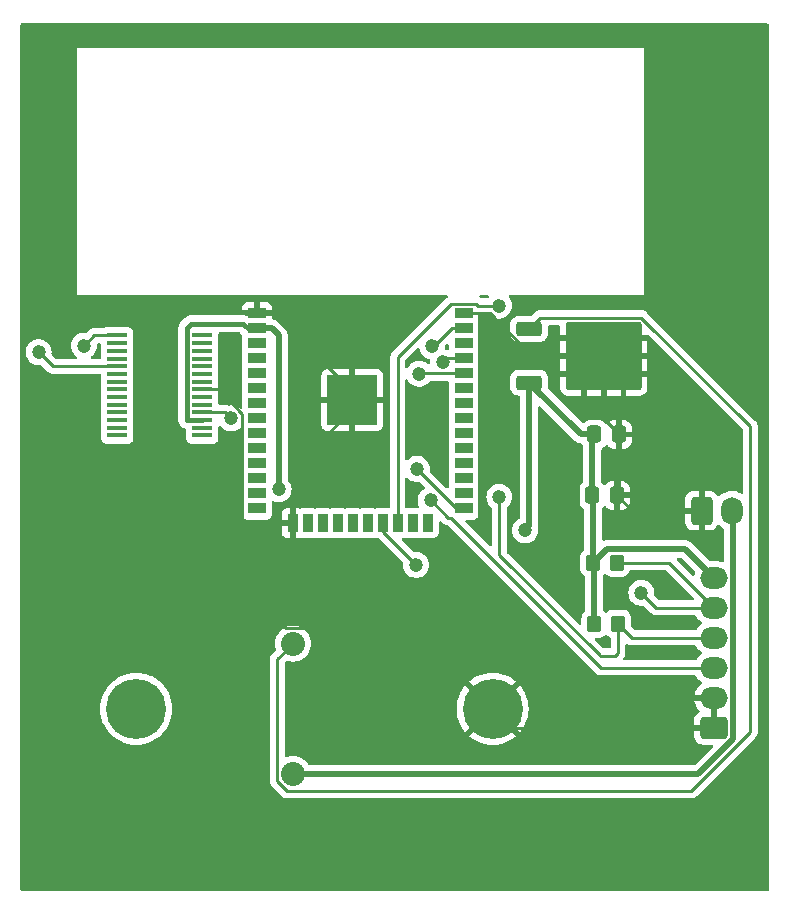
<source format=gbr>
%TF.GenerationSoftware,KiCad,Pcbnew,7.0.10*%
%TF.CreationDate,2024-03-05T16:05:14-06:00*%
%TF.ProjectId,smart_helmet,736d6172-745f-4686-956c-6d65742e6b69,rev?*%
%TF.SameCoordinates,Original*%
%TF.FileFunction,Copper,L1,Top*%
%TF.FilePolarity,Positive*%
%FSLAX46Y46*%
G04 Gerber Fmt 4.6, Leading zero omitted, Abs format (unit mm)*
G04 Created by KiCad (PCBNEW 7.0.10) date 2024-03-05 16:05:14*
%MOMM*%
%LPD*%
G01*
G04 APERTURE LIST*
G04 Aperture macros list*
%AMRoundRect*
0 Rectangle with rounded corners*
0 $1 Rounding radius*
0 $2 $3 $4 $5 $6 $7 $8 $9 X,Y pos of 4 corners*
0 Add a 4 corners polygon primitive as box body*
4,1,4,$2,$3,$4,$5,$6,$7,$8,$9,$2,$3,0*
0 Add four circle primitives for the rounded corners*
1,1,$1+$1,$2,$3*
1,1,$1+$1,$4,$5*
1,1,$1+$1,$6,$7*
1,1,$1+$1,$8,$9*
0 Add four rect primitives between the rounded corners*
20,1,$1+$1,$2,$3,$4,$5,0*
20,1,$1+$1,$4,$5,$6,$7,0*
20,1,$1+$1,$6,$7,$8,$9,0*
20,1,$1+$1,$8,$9,$2,$3,0*%
G04 Aperture macros list end*
%TA.AperFunction,HeatsinkPad*%
%ADD10C,0.939800*%
%TD*%
%TA.AperFunction,SMDPad,CuDef*%
%ADD11R,1.050000X1.050000*%
%TD*%
%TA.AperFunction,SMDPad,CuDef*%
%ADD12R,4.200000X4.200000*%
%TD*%
%TA.AperFunction,SMDPad,CuDef*%
%ADD13R,1.500000X0.900000*%
%TD*%
%TA.AperFunction,SMDPad,CuDef*%
%ADD14R,0.900000X1.500000*%
%TD*%
%TA.AperFunction,SMDPad,CuDef*%
%ADD15RoundRect,0.250000X-1.275000X-1.125000X1.275000X-1.125000X1.275000X1.125000X-1.275000X1.125000X0*%
%TD*%
%TA.AperFunction,SMDPad,CuDef*%
%ADD16RoundRect,0.249997X-2.950003X-2.650003X2.950003X-2.650003X2.950003X2.650003X-2.950003X2.650003X0*%
%TD*%
%TA.AperFunction,SMDPad,CuDef*%
%ADD17RoundRect,0.250000X-0.850000X-0.350000X0.850000X-0.350000X0.850000X0.350000X-0.850000X0.350000X0*%
%TD*%
%TA.AperFunction,ComponentPad*%
%ADD18C,2.032000*%
%TD*%
%TA.AperFunction,ComponentPad*%
%ADD19C,5.080000*%
%TD*%
%TA.AperFunction,SMDPad,CuDef*%
%ADD20R,1.750000X0.450000*%
%TD*%
%TA.AperFunction,ComponentPad*%
%ADD21O,2.336800X1.828800*%
%TD*%
%TA.AperFunction,ComponentPad*%
%ADD22RoundRect,0.262758X0.905642X-0.651642X0.905642X0.651642X-0.905642X0.651642X-0.905642X-0.651642X0*%
%TD*%
%TA.AperFunction,SMDPad,CuDef*%
%ADD23RoundRect,0.250000X-0.350000X-0.450000X0.350000X-0.450000X0.350000X0.450000X-0.350000X0.450000X0*%
%TD*%
%TA.AperFunction,SMDPad,CuDef*%
%ADD24RoundRect,0.250000X-0.337500X-0.475000X0.337500X-0.475000X0.337500X0.475000X-0.337500X0.475000X0*%
%TD*%
%TA.AperFunction,ComponentPad*%
%ADD25O,1.828800X2.336800*%
%TD*%
%TA.AperFunction,ComponentPad*%
%ADD26RoundRect,0.262758X-0.651642X-0.905642X0.651642X-0.905642X0.651642X0.905642X-0.651642X0.905642X0*%
%TD*%
%TA.AperFunction,ViaPad*%
%ADD27C,1.193800*%
%TD*%
%TA.AperFunction,Conductor*%
%ADD28C,0.254000*%
%TD*%
%TA.AperFunction,Conductor*%
%ADD29C,0.508000*%
%TD*%
%TA.AperFunction,Conductor*%
%ADD30C,0.444500*%
%TD*%
G04 APERTURE END LIST*
D10*
%TO.P,U5,39,GND*%
%TO.N,GND*%
X151490000Y-88142500D03*
D11*
X151490000Y-88905000D03*
D10*
X153015000Y-89667500D03*
D12*
X151490000Y-88905000D03*
D10*
X150727500Y-88905000D03*
D11*
X151490000Y-87380000D03*
D10*
X152252500Y-88905000D03*
D11*
X153015000Y-87380000D03*
X149965000Y-90430000D03*
X149965000Y-88905000D03*
X153015000Y-88905000D03*
D10*
X151490000Y-89667500D03*
X153015000Y-88142500D03*
X150727500Y-87380000D03*
X150727500Y-90430000D03*
D11*
X151490000Y-90430000D03*
X153015000Y-90430000D03*
D10*
X149965000Y-89667500D03*
X152252500Y-87380000D03*
D11*
X149965000Y-87380000D03*
D10*
X152252500Y-90430000D03*
X149965000Y-88142500D03*
D13*
%TO.P,U5,38,GND*%
X160920000Y-81565000D03*
%TO.P,U5,37,IO23*%
%TO.N,/INT*%
X160920000Y-82835000D03*
%TO.P,U5,36,IO22*%
%TO.N,unconnected-(U5-IO22-Pad36)*%
X160920000Y-84105000D03*
%TO.P,U5,35,TXD0/IO1*%
%TO.N,Net-(U1-RXD)*%
X160920000Y-85375000D03*
%TO.P,U5,34,RXD0/IO3*%
%TO.N,Net-(U1-TXD)*%
X160920000Y-86645000D03*
%TO.P,U5,33,IO21*%
%TO.N,unconnected-(U5-IO21-Pad33)*%
X160920000Y-87915000D03*
%TO.P,U5,32,NC*%
%TO.N,unconnected-(U5-NC-Pad32)*%
X160920000Y-89185000D03*
%TO.P,U5,31,IO19*%
%TO.N,unconnected-(U5-IO19-Pad31)*%
X160920000Y-90455000D03*
%TO.P,U5,30,IO18*%
%TO.N,unconnected-(U5-IO18-Pad30)*%
X160920000Y-91725000D03*
%TO.P,U5,29,IO5*%
%TO.N,unconnected-(U5-IO5-Pad29)*%
X160920000Y-92995000D03*
%TO.P,U5,28,IO17*%
%TO.N,unconnected-(U5-IO17-Pad28)*%
X160920000Y-94265000D03*
%TO.P,U5,27,IO16*%
%TO.N,unconnected-(U5-IO16-Pad27)*%
X160920000Y-95535000D03*
%TO.P,U5,26,IO4*%
%TO.N,unconnected-(U5-IO4-Pad26)*%
X160920000Y-96805000D03*
%TO.P,U5,25,IO0*%
%TO.N,Net-(U5-IO0)*%
X160920000Y-98075000D03*
D14*
%TO.P,U5,24,IO2*%
%TO.N,unconnected-(U5-IO2-Pad24)*%
X157890000Y-99325000D03*
%TO.P,U5,23,IO15*%
%TO.N,unconnected-(U5-IO15-Pad23)*%
X156620000Y-99325000D03*
%TO.P,U5,22,SDI/SD1*%
%TO.N,/SCL*%
X155350000Y-99325000D03*
%TO.P,U5,21,SDO/SD0*%
%TO.N,/SDA*%
X154080000Y-99325000D03*
%TO.P,U5,20,SCK/CLK*%
%TO.N,unconnected-(U5-SCK{slash}CLK-Pad20)*%
X152810000Y-99325000D03*
%TO.P,U5,19,SCS/CMD*%
%TO.N,unconnected-(U5-SCS{slash}CMD-Pad19)*%
X151540000Y-99325000D03*
%TO.P,U5,18,SWP/SD3*%
%TO.N,unconnected-(U5-SWP{slash}SD3-Pad18)*%
X150270000Y-99325000D03*
%TO.P,U5,17,SHD/SD2*%
%TO.N,unconnected-(U5-SHD{slash}SD2-Pad17)*%
X149000000Y-99325000D03*
%TO.P,U5,16,IO13*%
%TO.N,unconnected-(U5-IO13-Pad16)*%
X147730000Y-99325000D03*
%TO.P,U5,15,GND*%
%TO.N,GND*%
X146460000Y-99325000D03*
D13*
%TO.P,U5,14,IO12*%
%TO.N,unconnected-(U5-IO12-Pad14)*%
X143420000Y-98075000D03*
%TO.P,U5,13,IO14*%
%TO.N,unconnected-(U5-IO14-Pad13)*%
X143420000Y-96805000D03*
%TO.P,U5,12,IO27*%
%TO.N,unconnected-(U5-IO27-Pad12)*%
X143420000Y-95535000D03*
%TO.P,U5,11,IO26*%
%TO.N,unconnected-(U5-IO26-Pad11)*%
X143420000Y-94265000D03*
%TO.P,U5,10,IO25*%
%TO.N,unconnected-(U5-IO25-Pad10)*%
X143420000Y-92995000D03*
%TO.P,U5,9,IO33*%
%TO.N,unconnected-(U5-IO33-Pad9)*%
X143420000Y-91725000D03*
%TO.P,U5,8,IO32*%
%TO.N,unconnected-(U5-IO32-Pad8)*%
X143420000Y-90455000D03*
%TO.P,U5,7,IO35*%
%TO.N,unconnected-(U5-IO35-Pad7)*%
X143420000Y-89185000D03*
%TO.P,U5,6,IO34*%
%TO.N,unconnected-(U5-IO34-Pad6)*%
X143420000Y-87915000D03*
%TO.P,U5,5,SENSOR_VN*%
%TO.N,unconnected-(U5-SENSOR_VN-Pad5)*%
X143420000Y-86645000D03*
%TO.P,U5,4,SENSOR_VP*%
%TO.N,unconnected-(U5-SENSOR_VP-Pad4)*%
X143420000Y-85375000D03*
%TO.P,U5,3,EN*%
%TO.N,unconnected-(U5-EN-Pad3)*%
X143420000Y-84105000D03*
%TO.P,U5,2,VDD*%
%TO.N,/VDD*%
X143420000Y-82835000D03*
%TO.P,U5,1,GND*%
%TO.N,GND*%
X143420000Y-81565000D03*
%TD*%
D15*
%TO.P,U4,2,GND*%
%TO.N,GND*%
X171109739Y-86666577D03*
X174459739Y-83616577D03*
X171109739Y-83616577D03*
X174459739Y-86666577D03*
D16*
X172784739Y-85141577D03*
D17*
%TO.P,U4,3,VO*%
%TO.N,/VDD*%
X166484739Y-87421577D03*
%TO.P,U4,1,VI*%
%TO.N,Net-(U3-OUT)*%
X166484739Y-82861577D03*
%TD*%
D18*
%TO.P,U3,1,IN*%
%TO.N,Net-(+12V_Battery1-Pin_2)*%
X146483800Y-120565100D03*
%TO.P,U3,2,OUT*%
%TO.N,Net-(U3-OUT)*%
X146483800Y-109516100D03*
D19*
%TO.P,U3,3,GND*%
%TO.N,GND*%
X163374800Y-115040600D03*
%TO.P,U3,4,4*%
%TO.N,unconnected-(U3-Pad4)*%
X133199600Y-115040600D03*
%TD*%
D20*
%TO.P,U1,28,OSCO*%
%TO.N,unconnected-(U1-OSCO-Pad28)*%
X138796554Y-83432878D03*
%TO.P,U1,27,OSCI*%
%TO.N,unconnected-(U1-OSCI-Pad27)*%
X138796554Y-84082878D03*
%TO.P,U1,26,TEST*%
%TO.N,unconnected-(U1-TEST-Pad26)*%
X138796554Y-84732878D03*
%TO.P,U1,25,AGND*%
%TO.N,unconnected-(U1-AGND-Pad25)*%
X138796554Y-85382878D03*
%TO.P,U1,24*%
%TO.N,N/C*%
X138796554Y-86032878D03*
%TO.P,U1,23,CBUS0*%
%TO.N,unconnected-(U1-CBUS0-Pad23)*%
X138796554Y-86682878D03*
%TO.P,U1,22,CBUS1*%
%TO.N,unconnected-(U1-CBUS1-Pad22)*%
X138796554Y-87332878D03*
%TO.P,U1,21,GND*%
%TO.N,GND*%
X138796554Y-87982878D03*
%TO.P,U1,20,VCC*%
%TO.N,unconnected-(U1-VCC-Pad20)*%
X138796554Y-88632878D03*
%TO.P,U1,19,~{RESET}*%
%TO.N,unconnected-(U1-~{RESET}-Pad19)*%
X138796554Y-89282878D03*
%TO.P,U1,18,GND*%
%TO.N,Net-(U5-IO0)*%
X138796554Y-89932878D03*
%TO.P,U1,17,3V3OUT*%
%TO.N,/VDD*%
X138796554Y-90582878D03*
%TO.P,U1,16,USBD-*%
%TO.N,unconnected-(U1-USBD--Pad16)*%
X138796554Y-91232878D03*
%TO.P,U1,15,USBD+*%
%TO.N,unconnected-(U1-USBD+-Pad15)*%
X138796554Y-91882878D03*
%TO.P,U1,14,CBUS3*%
%TO.N,unconnected-(U1-CBUS3-Pad14)*%
X131596554Y-91882878D03*
%TO.P,U1,13,CBUS2*%
%TO.N,unconnected-(U1-CBUS2-Pad13)*%
X131596554Y-91232878D03*
%TO.P,U1,12,CBUS4*%
%TO.N,unconnected-(U1-CBUS4-Pad12)*%
X131596554Y-90582878D03*
%TO.P,U1,11,CTS*%
%TO.N,unconnected-(U1-CTS-Pad11)*%
X131596554Y-89932878D03*
%TO.P,U1,10,DCD*%
%TO.N,unconnected-(U1-DCD-Pad10)*%
X131596554Y-89282878D03*
%TO.P,U1,9,DCR*%
%TO.N,unconnected-(U1-DCR-Pad9)*%
X131596554Y-88632878D03*
%TO.P,U1,8*%
%TO.N,N/C*%
X131596554Y-87982878D03*
%TO.P,U1,7,GND*%
%TO.N,unconnected-(U1-GND-Pad7)*%
X131596554Y-87332878D03*
%TO.P,U1,6,RI*%
%TO.N,unconnected-(U1-RI-Pad6)*%
X131596554Y-86682878D03*
%TO.P,U1,5,RXD*%
%TO.N,Net-(U1-RXD)*%
X131596554Y-86032878D03*
%TO.P,U1,4,VCCIO*%
%TO.N,unconnected-(U1-VCCIO-Pad4)*%
X131596554Y-85382878D03*
%TO.P,U1,3,RTS*%
%TO.N,unconnected-(U1-RTS-Pad3)*%
X131596554Y-84732878D03*
%TO.P,U1,2,DTR*%
%TO.N,unconnected-(U1-DTR-Pad2)*%
X131596554Y-84082878D03*
%TO.P,U1,1,TXD*%
%TO.N,Net-(U1-TXD)*%
X131596554Y-83432878D03*
%TD*%
D21*
%TO.P,SensorConn1,6,Pin_6*%
%TO.N,/VDD*%
X182118720Y-103957541D03*
%TO.P,SensorConn1,5,Pin_5*%
%TO.N,/SDA*%
X182118720Y-106497541D03*
%TO.P,SensorConn1,4,Pin_4*%
%TO.N,/SCL*%
X182118720Y-109037541D03*
%TO.P,SensorConn1,3,Pin_3*%
%TO.N,/INT*%
X182118720Y-111577541D03*
%TO.P,SensorConn1,2,Pin_2*%
%TO.N,GND*%
X182118720Y-114117541D03*
D22*
%TO.P,SensorConn1,1,Pin_1*%
X182118720Y-116657541D03*
%TD*%
D23*
%TO.P,R2,1*%
%TO.N,/VDD*%
X171895499Y-102679680D03*
%TO.P,R2,2*%
%TO.N,/SDA*%
X173895499Y-102679680D03*
%TD*%
%TO.P,R1,1*%
%TO.N,/VDD*%
X171996719Y-107841900D03*
%TO.P,R1,2*%
%TO.N,/SCL*%
X173996719Y-107841900D03*
%TD*%
D24*
%TO.P,C2,1*%
%TO.N,/VDD*%
X171828019Y-96977619D03*
%TO.P,C2,2*%
%TO.N,GND*%
X173903019Y-96977619D03*
%TD*%
%TO.P,C1,2*%
%TO.N,GND*%
X174071719Y-91815398D03*
%TO.P,C1,1*%
%TO.N,/VDD*%
X171996719Y-91815398D03*
%TD*%
D25*
%TO.P,+12V_Battery1,2,Pin_2*%
%TO.N,Net-(+12V_Battery1-Pin_2)*%
X183612780Y-98259739D03*
D26*
%TO.P,+12V_Battery1,1,Pin_1*%
%TO.N,GND*%
X181072780Y-98259739D03*
%TD*%
D27*
%TO.N,/SCL*%
X163901668Y-80911116D03*
X163949588Y-97107922D03*
%TO.N,/VDD*%
X166140769Y-99922815D03*
X145263821Y-96472608D03*
%TO.N,Net-(U1-RXD)*%
X124942101Y-84844132D03*
X159172628Y-85706684D03*
%TO.N,Net-(U1-TXD)*%
X128783651Y-84282428D03*
X157175981Y-86678406D03*
%TO.N,Net-(U5-IO0)*%
X141250719Y-90448077D03*
X156968329Y-94728890D03*
%TO.N,/INT*%
X158258550Y-84331109D03*
X158130765Y-97381198D03*
%TO.N,/SDA*%
X156907078Y-102861881D03*
X175979057Y-105225912D03*
%TD*%
D28*
%TO.N,GND*%
X145927511Y-108173100D02*
X156507300Y-108173100D01*
X142174619Y-90065385D02*
X142174619Y-104420208D01*
X142174619Y-104420208D02*
X145927511Y-108173100D01*
X156507300Y-108173100D02*
X163374800Y-115040600D01*
X138796554Y-87982878D02*
X140092112Y-87982878D01*
X140092112Y-87982878D02*
X142174619Y-90065385D01*
X166741811Y-85141577D02*
X172784739Y-85141577D01*
X160920000Y-81565000D02*
X163165234Y-81565000D01*
X163165234Y-81565000D02*
X166741811Y-85141577D01*
%TO.N,/SCL*%
X162120116Y-80911116D02*
X161997000Y-80788000D01*
X163901668Y-80911116D02*
X162120116Y-80911116D01*
X163949588Y-102043635D02*
X163949588Y-97107922D01*
X172431347Y-110525394D02*
X163949588Y-102043635D01*
X172447320Y-110541367D02*
X172431347Y-110525394D01*
X173757121Y-110541367D02*
X172447320Y-110541367D01*
X173996719Y-110301769D02*
X173757121Y-110541367D01*
X173996719Y-107841900D02*
X173996719Y-110301769D01*
D29*
%TO.N,/VDD*%
X144678000Y-82835000D02*
X143420000Y-82835000D01*
X145263821Y-83420821D02*
X144678000Y-82835000D01*
X145263821Y-96472608D02*
X145263821Y-83420821D01*
X166484739Y-99578845D02*
X166140769Y-99922815D01*
X166484739Y-87421577D02*
X166484739Y-99578845D01*
D28*
%TO.N,GND*%
X146460000Y-94697500D02*
X146460000Y-99325000D01*
X150727500Y-90430000D02*
X146460000Y-94697500D01*
D30*
%TO.N,/VDD*%
X137847682Y-82437250D02*
X137499304Y-82785628D01*
X137502054Y-90582878D02*
X138796554Y-90582878D01*
X142247750Y-82437250D02*
X137847682Y-82437250D01*
X137499304Y-82785628D02*
X137499304Y-90580128D01*
X142645500Y-82835000D02*
X142247750Y-82437250D01*
X143420000Y-82835000D02*
X142645500Y-82835000D01*
X137499304Y-90580128D02*
X137502054Y-90582878D01*
D28*
%TO.N,Net-(U1-RXD)*%
X126130847Y-86032878D02*
X131596554Y-86032878D01*
X124942101Y-84844132D02*
X126130847Y-86032878D01*
X159504312Y-85375000D02*
X159172628Y-85706684D01*
X160920000Y-85375000D02*
X159504312Y-85375000D01*
%TO.N,Net-(U1-TXD)*%
X129633201Y-83432878D02*
X131596554Y-83432878D01*
X128783651Y-84282428D02*
X129633201Y-83432878D01*
X157209387Y-86645000D02*
X157175981Y-86678406D01*
X160920000Y-86645000D02*
X157209387Y-86645000D01*
%TO.N,Net-(U5-IO0)*%
X140735520Y-89932878D02*
X138796554Y-89932878D01*
X141250719Y-90448077D02*
X140735520Y-89932878D01*
X160314439Y-98075000D02*
X156968329Y-94728890D01*
X160920000Y-98075000D02*
X160314439Y-98075000D01*
%TO.N,/INT*%
X158419891Y-84331109D02*
X159916000Y-82835000D01*
X158258550Y-84331109D02*
X158419891Y-84331109D01*
X159601567Y-98852000D02*
X158130765Y-97381198D01*
X159843000Y-98852000D02*
X159601567Y-98852000D01*
D29*
%TO.N,/VDD*%
X179686859Y-101525680D02*
X173049499Y-101525680D01*
X173049499Y-101525680D02*
X171895499Y-102679680D01*
X182118720Y-103957541D02*
X179686859Y-101525680D01*
D28*
%TO.N,/SDA*%
X154080000Y-100034803D02*
X154080000Y-99325000D01*
X156907078Y-102861881D02*
X154080000Y-100034803D01*
X177250686Y-106497541D02*
X175979057Y-105225912D01*
X182118720Y-106497541D02*
X177250686Y-106497541D01*
%TO.N,/SCL*%
X159843000Y-80788000D02*
X155350000Y-85281000D01*
X161997000Y-80788000D02*
X159843000Y-80788000D01*
X155350000Y-85281000D02*
X155350000Y-99325000D01*
%TO.N,Net-(U3-OUT)*%
X145140800Y-110859100D02*
X146483800Y-109516100D01*
X145140800Y-121149143D02*
X145140800Y-110859100D01*
X180186368Y-121989765D02*
X145981422Y-121989765D01*
X185203569Y-116972564D02*
X180186368Y-121989765D01*
X185203569Y-91137475D02*
X185203569Y-116972564D01*
X145981422Y-121989765D02*
X145140800Y-121149143D01*
X175980671Y-81914577D02*
X185203569Y-91137475D01*
X167431739Y-81914577D02*
X175980671Y-81914577D01*
X166484739Y-82861577D02*
X167431739Y-81914577D01*
%TO.N,GND*%
X172784739Y-90528418D02*
X174071719Y-91815398D01*
X172784739Y-85141577D02*
X172784739Y-90528418D01*
X143420000Y-81565000D02*
X144912500Y-81565000D01*
X144912500Y-81565000D02*
X150727500Y-87380000D01*
D29*
%TO.N,Net-(+12V_Battery1-Pin_2)*%
X183741120Y-117613355D02*
X180789375Y-120565100D01*
X180789375Y-120565100D02*
X146483800Y-120565100D01*
X183741120Y-98388079D02*
X183741120Y-117613355D01*
X183612780Y-98259739D02*
X183741120Y-98388079D01*
%TO.N,/VDD*%
X170878560Y-91815398D02*
X166484739Y-87421577D01*
X171996719Y-91815398D02*
X170878560Y-91815398D01*
X171828019Y-91984098D02*
X171996719Y-91815398D01*
X171828019Y-96977619D02*
X171828019Y-91984098D01*
X171895499Y-97045099D02*
X171828019Y-96977619D01*
X171895499Y-102679680D02*
X171895499Y-97045099D01*
X171900473Y-102679680D02*
X171895499Y-102679680D01*
X171996719Y-102775926D02*
X171900473Y-102679680D01*
X171996719Y-107841900D02*
X171996719Y-102775926D01*
D28*
%TO.N,/INT*%
X159916000Y-82835000D02*
X160920000Y-82835000D01*
X172568541Y-111577541D02*
X159843000Y-98852000D01*
X182118720Y-111577541D02*
X172568541Y-111577541D01*
%TO.N,/SCL*%
X175192360Y-109037541D02*
X173996719Y-107841900D01*
X182118720Y-109037541D02*
X175192360Y-109037541D01*
%TO.N,/SDA*%
X178300859Y-102679680D02*
X182118720Y-106497541D01*
X173895499Y-102679680D02*
X178300859Y-102679680D01*
%TO.N,GND*%
X174071719Y-91815398D02*
X174071719Y-96808919D01*
X174071719Y-96808919D02*
X173903019Y-96977619D01*
X175185139Y-98259739D02*
X173903019Y-96977619D01*
X181072780Y-98259739D02*
X175185139Y-98259739D01*
X182118720Y-114117541D02*
X182118720Y-116657541D01*
X182118720Y-116657541D02*
X164991741Y-116657541D01*
X164991741Y-116657541D02*
X163374800Y-115040600D01*
%TD*%
%TA.AperFunction,Conductor*%
%TO.N,GND*%
G36*
X182368720Y-116117071D02*
G01*
X182274046Y-116077856D01*
X182157717Y-116062541D01*
X182079723Y-116062541D01*
X181963394Y-116077856D01*
X181868720Y-116117071D01*
X181868720Y-114658010D01*
X181963394Y-114697226D01*
X182079723Y-114712541D01*
X182157717Y-114712541D01*
X182274046Y-114697226D01*
X182368720Y-114658010D01*
X182368720Y-116117071D01*
G37*
%TD.AperFunction*%
%TA.AperFunction,Conductor*%
G36*
X141964054Y-83179685D02*
G01*
X141984696Y-83196319D01*
X142090818Y-83302441D01*
X142102598Y-83316071D01*
X142115100Y-83332864D01*
X142116213Y-83334358D01*
X142146499Y-83359772D01*
X142182973Y-83411425D01*
X142188657Y-83426664D01*
X142193642Y-83496356D01*
X142188659Y-83513329D01*
X142175909Y-83547516D01*
X142175908Y-83547517D01*
X142169501Y-83607116D01*
X142169501Y-83607123D01*
X142169500Y-83607135D01*
X142169500Y-84602870D01*
X142169501Y-84602876D01*
X142175908Y-84662481D01*
X142188659Y-84696669D01*
X142193642Y-84766361D01*
X142188659Y-84783331D01*
X142175908Y-84817518D01*
X142170438Y-84868403D01*
X142169501Y-84877123D01*
X142169500Y-84877135D01*
X142169500Y-85872870D01*
X142169501Y-85872876D01*
X142175908Y-85932481D01*
X142188659Y-85966669D01*
X142193642Y-86036361D01*
X142188659Y-86053331D01*
X142175908Y-86087518D01*
X142169860Y-86143774D01*
X142169501Y-86147123D01*
X142169500Y-86147135D01*
X142169500Y-87142870D01*
X142169501Y-87142876D01*
X142175908Y-87202481D01*
X142188659Y-87236669D01*
X142193642Y-87306361D01*
X142188659Y-87323331D01*
X142175908Y-87357518D01*
X142170292Y-87409761D01*
X142169501Y-87417123D01*
X142169500Y-87417135D01*
X142169500Y-88412870D01*
X142169501Y-88412876D01*
X142175908Y-88472481D01*
X142188659Y-88506669D01*
X142193642Y-88576361D01*
X142188659Y-88593331D01*
X142175908Y-88627518D01*
X142172954Y-88655000D01*
X142169501Y-88687123D01*
X142169500Y-88687135D01*
X142169500Y-89519862D01*
X142149815Y-89586901D01*
X142097011Y-89632656D01*
X142027853Y-89642600D01*
X141964297Y-89613575D01*
X141961962Y-89611499D01*
X141914883Y-89568581D01*
X141914881Y-89568579D01*
X141741971Y-89461518D01*
X141741962Y-89461514D01*
X141599734Y-89406415D01*
X141552323Y-89388048D01*
X141352408Y-89350677D01*
X141149030Y-89350677D01*
X141149028Y-89350677D01*
X141065795Y-89366235D01*
X140996280Y-89359203D01*
X140983276Y-89353009D01*
X140968356Y-89344807D01*
X140968355Y-89344806D01*
X140968354Y-89344806D01*
X140968351Y-89344805D01*
X140968348Y-89344804D01*
X140948854Y-89339798D01*
X140930453Y-89333498D01*
X140911979Y-89325504D01*
X140911972Y-89325502D01*
X140868693Y-89318648D01*
X140857253Y-89316279D01*
X140814799Y-89305378D01*
X140814792Y-89305378D01*
X140794662Y-89305378D01*
X140775263Y-89303851D01*
X140755388Y-89300703D01*
X140755387Y-89300703D01*
X140711750Y-89304828D01*
X140700081Y-89305378D01*
X140296054Y-89305378D01*
X140229015Y-89285693D01*
X140183260Y-89232889D01*
X140172054Y-89181379D01*
X140172053Y-89010006D01*
X140172052Y-89009989D01*
X140167874Y-88971131D01*
X140167874Y-88944623D01*
X140172054Y-88905751D01*
X140172053Y-88360006D01*
X140167621Y-88318776D01*
X140167622Y-88292271D01*
X140171553Y-88255711D01*
X140171554Y-88255697D01*
X140171554Y-88207878D01*
X140155942Y-88192266D01*
X140142070Y-88188193D01*
X140109843Y-88158190D01*
X140039041Y-88063612D01*
X140034232Y-88057187D01*
X140009815Y-87991726D01*
X140024666Y-87923453D01*
X140034227Y-87908574D01*
X140109843Y-87807566D01*
X140157659Y-87771772D01*
X140171554Y-87757878D01*
X140171554Y-87710060D01*
X140171553Y-87710042D01*
X140167622Y-87673480D01*
X140167622Y-87646972D01*
X140172054Y-87605751D01*
X140172053Y-87060006D01*
X140172053Y-87060005D01*
X140172052Y-87059989D01*
X140167874Y-87021131D01*
X140167874Y-86994623D01*
X140172054Y-86955751D01*
X140172053Y-86410006D01*
X140172052Y-86409989D01*
X140167874Y-86371131D01*
X140167874Y-86344625D01*
X140172054Y-86305751D01*
X140172053Y-85760006D01*
X140172052Y-85759989D01*
X140167874Y-85721131D01*
X140167874Y-85694625D01*
X140172054Y-85655751D01*
X140172053Y-85110006D01*
X140172053Y-85110005D01*
X140172052Y-85109989D01*
X140167874Y-85071131D01*
X140167874Y-85044623D01*
X140172054Y-85005751D01*
X140172053Y-84460006D01*
X140172053Y-84460005D01*
X140172052Y-84459989D01*
X140167874Y-84421131D01*
X140167874Y-84394623D01*
X140172054Y-84355751D01*
X140172053Y-83810006D01*
X140172052Y-83809989D01*
X140167874Y-83771131D01*
X140167874Y-83744625D01*
X140172054Y-83705751D01*
X140172053Y-83283999D01*
X140191737Y-83216961D01*
X140244541Y-83171206D01*
X140296053Y-83160000D01*
X141897015Y-83160000D01*
X141964054Y-83179685D01*
G37*
%TD.AperFunction*%
%TA.AperFunction,Conductor*%
G36*
X186704171Y-57022883D02*
G01*
X186749926Y-57075687D01*
X186761132Y-57127198D01*
X186761132Y-130320641D01*
X186741447Y-130387680D01*
X186688643Y-130433435D01*
X186637132Y-130444641D01*
X123515080Y-130444641D01*
X123448041Y-130424956D01*
X123402286Y-130372152D01*
X123391080Y-130320641D01*
X123391080Y-115040600D01*
X130154309Y-115040600D01*
X130173456Y-115381559D01*
X130173458Y-115381571D01*
X130230660Y-115718237D01*
X130230662Y-115718246D01*
X130300900Y-115962048D01*
X130325201Y-116046396D01*
X130428821Y-116296556D01*
X130455887Y-116361900D01*
X130621080Y-116660796D01*
X130621083Y-116660801D01*
X130818475Y-116938997D01*
X130818696Y-116939308D01*
X131046254Y-117193946D01*
X131300892Y-117421504D01*
X131300895Y-117421506D01*
X131300896Y-117421507D01*
X131579398Y-117619116D01*
X131579403Y-117619119D01*
X131579406Y-117619120D01*
X131579408Y-117619122D01*
X131878298Y-117784312D01*
X132193804Y-117914999D01*
X132521959Y-118009539D01*
X132858636Y-118066743D01*
X133199600Y-118085891D01*
X133540564Y-118066743D01*
X133877241Y-118009539D01*
X134205396Y-117914999D01*
X134520902Y-117784312D01*
X134819792Y-117619122D01*
X134819797Y-117619118D01*
X134819801Y-117619116D01*
X134934910Y-117537440D01*
X135098308Y-117421504D01*
X135352946Y-117193946D01*
X135580504Y-116939308D01*
X135778122Y-116660792D01*
X135943312Y-116361902D01*
X136073999Y-116046396D01*
X136168539Y-115718241D01*
X136225743Y-115381564D01*
X136244891Y-115040600D01*
X136225743Y-114699636D01*
X136168539Y-114362959D01*
X136073999Y-114034804D01*
X135943312Y-113719298D01*
X135778122Y-113420408D01*
X135778120Y-113420406D01*
X135778119Y-113420403D01*
X135778116Y-113420398D01*
X135580507Y-113141896D01*
X135580506Y-113141895D01*
X135580504Y-113141892D01*
X135352946Y-112887254D01*
X135098308Y-112659696D01*
X135098305Y-112659694D01*
X135098303Y-112659692D01*
X134819801Y-112462083D01*
X134819796Y-112462080D01*
X134520900Y-112296887D01*
X134441569Y-112264027D01*
X134205396Y-112166201D01*
X134051798Y-112121950D01*
X133877246Y-112071662D01*
X133877237Y-112071660D01*
X133540571Y-112014458D01*
X133540559Y-112014456D01*
X133199600Y-111995309D01*
X132858640Y-112014456D01*
X132858628Y-112014458D01*
X132521962Y-112071660D01*
X132521953Y-112071662D01*
X132195845Y-112165613D01*
X132193804Y-112166201D01*
X132132073Y-112191771D01*
X131878299Y-112296887D01*
X131579403Y-112462080D01*
X131579398Y-112462083D01*
X131300896Y-112659692D01*
X131046254Y-112887254D01*
X130818692Y-113141896D01*
X130621083Y-113420398D01*
X130621080Y-113420403D01*
X130455887Y-113719299D01*
X130325200Y-114034807D01*
X130230662Y-114362953D01*
X130230660Y-114362962D01*
X130173458Y-114699628D01*
X130173456Y-114699640D01*
X130154309Y-115040600D01*
X123391080Y-115040600D01*
X123391080Y-99575000D01*
X145510000Y-99575000D01*
X145510000Y-100122844D01*
X145516401Y-100182372D01*
X145516403Y-100182379D01*
X145566645Y-100317086D01*
X145566649Y-100317093D01*
X145652809Y-100432187D01*
X145652812Y-100432190D01*
X145767906Y-100518350D01*
X145767913Y-100518354D01*
X145902620Y-100568596D01*
X145902627Y-100568598D01*
X145962155Y-100574999D01*
X145962172Y-100575000D01*
X146210000Y-100575000D01*
X146210000Y-99575000D01*
X145510000Y-99575000D01*
X123391080Y-99575000D01*
X123391080Y-99075000D01*
X145510000Y-99075000D01*
X146210000Y-99075000D01*
X146210000Y-98075000D01*
X145962155Y-98075000D01*
X145902627Y-98081401D01*
X145902620Y-98081403D01*
X145767913Y-98131645D01*
X145767906Y-98131649D01*
X145652812Y-98217809D01*
X145652809Y-98217812D01*
X145566649Y-98332906D01*
X145566645Y-98332913D01*
X145516403Y-98467620D01*
X145516401Y-98467627D01*
X145510000Y-98527155D01*
X145510000Y-99075000D01*
X123391080Y-99075000D01*
X123391080Y-84844132D01*
X123840000Y-84844132D01*
X123858764Y-85046642D01*
X123858765Y-85046644D01*
X123914420Y-85242252D01*
X123914421Y-85242254D01*
X123914422Y-85242257D01*
X123925115Y-85263731D01*
X124005072Y-85424307D01*
X124005077Y-85424315D01*
X124127640Y-85586615D01*
X124277936Y-85723627D01*
X124277938Y-85723629D01*
X124450848Y-85830690D01*
X124450850Y-85830691D01*
X124450852Y-85830692D01*
X124640497Y-85904161D01*
X124840412Y-85941532D01*
X124840414Y-85941532D01*
X125043790Y-85941532D01*
X125070776Y-85936487D01*
X125140290Y-85943516D01*
X125181244Y-85970694D01*
X125628471Y-86417921D01*
X125638318Y-86430211D01*
X125638536Y-86430032D01*
X125643504Y-86436037D01*
X125692693Y-86482229D01*
X125695490Y-86484940D01*
X125715054Y-86504504D01*
X125718232Y-86506968D01*
X125727128Y-86514565D01*
X125759082Y-86544573D01*
X125759084Y-86544574D01*
X125776714Y-86554265D01*
X125792982Y-86564950D01*
X125808885Y-86577286D01*
X125849109Y-86594692D01*
X125859598Y-86599830D01*
X125869293Y-86605160D01*
X125898005Y-86620946D01*
X125898007Y-86620947D01*
X125898013Y-86620950D01*
X125917087Y-86625847D01*
X125917507Y-86625955D01*
X125935911Y-86632255D01*
X125954389Y-86640252D01*
X125997698Y-86647111D01*
X126009105Y-86649473D01*
X126051575Y-86660378D01*
X126071705Y-86660378D01*
X126091104Y-86661905D01*
X126110980Y-86665053D01*
X126150775Y-86661291D01*
X126154617Y-86660928D01*
X126166286Y-86660378D01*
X130097054Y-86660378D01*
X130164093Y-86680063D01*
X130209848Y-86732867D01*
X130221054Y-86784377D01*
X130221054Y-86955746D01*
X130221055Y-86955756D01*
X130225233Y-86994623D01*
X130225233Y-87021128D01*
X130221054Y-87060000D01*
X130221054Y-87605747D01*
X130221055Y-87605756D01*
X130225233Y-87644623D01*
X130225233Y-87671128D01*
X130221054Y-87710000D01*
X130221054Y-88255747D01*
X130221055Y-88255756D01*
X130225233Y-88294623D01*
X130225233Y-88321128D01*
X130221054Y-88360000D01*
X130221054Y-88905747D01*
X130221055Y-88905756D01*
X130225233Y-88944623D01*
X130225233Y-88971128D01*
X130221054Y-89010000D01*
X130221054Y-89555747D01*
X130221055Y-89555756D01*
X130225233Y-89594623D01*
X130225233Y-89621128D01*
X130221054Y-89660000D01*
X130221054Y-90205747D01*
X130221055Y-90205756D01*
X130225233Y-90244623D01*
X130225233Y-90271128D01*
X130221054Y-90310000D01*
X130221054Y-90855747D01*
X130221055Y-90855756D01*
X130225233Y-90894623D01*
X130225233Y-90921128D01*
X130221054Y-90960000D01*
X130221054Y-91505747D01*
X130221055Y-91505756D01*
X130225233Y-91544623D01*
X130225233Y-91571128D01*
X130221054Y-91610000D01*
X130221054Y-92155748D01*
X130221055Y-92155754D01*
X130227462Y-92215361D01*
X130277756Y-92350206D01*
X130277760Y-92350213D01*
X130364006Y-92465422D01*
X130364009Y-92465425D01*
X130479218Y-92551671D01*
X130479225Y-92551675D01*
X130614071Y-92601969D01*
X130614070Y-92601969D01*
X130620998Y-92602713D01*
X130673681Y-92608378D01*
X132519426Y-92608377D01*
X132579037Y-92601969D01*
X132713885Y-92551674D01*
X132829100Y-92465424D01*
X132915350Y-92350209D01*
X132965645Y-92215361D01*
X132972054Y-92155751D01*
X132972053Y-91610006D01*
X132972053Y-91610005D01*
X132972052Y-91609989D01*
X132967874Y-91571131D01*
X132967874Y-91544623D01*
X132972054Y-91505751D01*
X132972053Y-90960006D01*
X132972053Y-90960005D01*
X132972052Y-90959989D01*
X132967874Y-90921131D01*
X132967874Y-90894623D01*
X132972054Y-90855751D01*
X132972053Y-90558967D01*
X136771941Y-90558967D01*
X136775674Y-90601634D01*
X136775937Y-90619633D01*
X136775614Y-90625180D01*
X136775615Y-90625190D01*
X136778801Y-90643259D01*
X136779844Y-90650377D01*
X136780011Y-90651804D01*
X136780380Y-90655409D01*
X136786667Y-90727272D01*
X136788128Y-90734347D01*
X136788028Y-90734367D01*
X136789486Y-90740943D01*
X136789584Y-90740920D01*
X136791247Y-90747940D01*
X136799199Y-90769787D01*
X136804792Y-90790660D01*
X136804952Y-90791572D01*
X136804953Y-90791575D01*
X136815838Y-90816811D01*
X136819682Y-90826914D01*
X136839809Y-90887651D01*
X136842862Y-90894197D01*
X136842770Y-90894239D01*
X136845704Y-90900300D01*
X136845795Y-90900255D01*
X136849038Y-90906713D01*
X136859291Y-90922302D01*
X136869545Y-90941317D01*
X136871873Y-90946713D01*
X136871874Y-90946715D01*
X136894101Y-90976571D01*
X136900168Y-90985510D01*
X136916805Y-91012481D01*
X136928509Y-91031457D01*
X136932986Y-91037118D01*
X136932906Y-91037180D01*
X136937160Y-91042403D01*
X136937238Y-91042338D01*
X136941875Y-91047864D01*
X136951797Y-91057225D01*
X136966168Y-91073373D01*
X136972760Y-91082228D01*
X136972763Y-91082231D01*
X136972766Y-91082235D01*
X136972771Y-91082239D01*
X137009161Y-91112775D01*
X137017135Y-91120082D01*
X137020757Y-91123704D01*
X137025811Y-91127700D01*
X137033980Y-91134761D01*
X137064770Y-91163809D01*
X137064771Y-91163810D01*
X137064773Y-91163811D01*
X137072081Y-91168030D01*
X137089789Y-91180429D01*
X137102193Y-91190837D01*
X137102195Y-91190838D01*
X137108226Y-91194805D01*
X137108170Y-91194890D01*
X137113847Y-91198507D01*
X137113901Y-91198421D01*
X137120040Y-91202208D01*
X137120043Y-91202209D01*
X137120044Y-91202210D01*
X137173599Y-91227183D01*
X137183155Y-91232158D01*
X137209011Y-91247086D01*
X137211089Y-91248286D01*
X137214292Y-91249245D01*
X137234381Y-91257224D01*
X137253176Y-91266664D01*
X137253178Y-91266664D01*
X137259962Y-91269133D01*
X137259926Y-91269230D01*
X137266285Y-91271440D01*
X137266318Y-91271343D01*
X137273161Y-91273610D01*
X137273169Y-91273614D01*
X137322129Y-91283723D01*
X137383802Y-91316555D01*
X137417935Y-91377520D01*
X137421055Y-91405161D01*
X137421055Y-91505756D01*
X137425233Y-91544623D01*
X137425233Y-91571128D01*
X137421054Y-91610000D01*
X137421054Y-92155748D01*
X137421055Y-92155754D01*
X137427462Y-92215361D01*
X137477756Y-92350206D01*
X137477760Y-92350213D01*
X137564006Y-92465422D01*
X137564009Y-92465425D01*
X137679218Y-92551671D01*
X137679225Y-92551675D01*
X137814071Y-92601969D01*
X137814070Y-92601969D01*
X137820998Y-92602713D01*
X137873681Y-92608378D01*
X139719426Y-92608377D01*
X139779037Y-92601969D01*
X139913885Y-92551674D01*
X140029100Y-92465424D01*
X140115350Y-92350209D01*
X140165645Y-92215361D01*
X140172054Y-92155751D01*
X140172053Y-91610006D01*
X140172053Y-91610005D01*
X140172052Y-91609989D01*
X140167874Y-91571131D01*
X140167874Y-91544623D01*
X140172054Y-91505751D01*
X140172053Y-91210659D01*
X140191737Y-91143622D01*
X140244541Y-91097867D01*
X140313700Y-91087923D01*
X140377255Y-91116948D01*
X140395007Y-91135934D01*
X140436258Y-91190560D01*
X140586554Y-91327572D01*
X140586556Y-91327574D01*
X140759466Y-91434635D01*
X140759468Y-91434636D01*
X140759470Y-91434637D01*
X140949115Y-91508106D01*
X141149030Y-91545477D01*
X141149032Y-91545477D01*
X141352406Y-91545477D01*
X141352408Y-91545477D01*
X141552323Y-91508106D01*
X141741968Y-91434637D01*
X141914883Y-91327573D01*
X141961962Y-91284655D01*
X142024766Y-91254038D01*
X142094153Y-91262235D01*
X142148093Y-91306645D01*
X142169461Y-91373167D01*
X142169500Y-91376292D01*
X142169500Y-92222870D01*
X142169501Y-92222876D01*
X142175908Y-92282481D01*
X142188659Y-92316669D01*
X142193642Y-92386361D01*
X142188659Y-92403331D01*
X142175908Y-92437518D01*
X142172908Y-92465425D01*
X142169501Y-92497123D01*
X142169500Y-92497135D01*
X142169500Y-93492870D01*
X142169501Y-93492876D01*
X142175908Y-93552481D01*
X142188659Y-93586669D01*
X142193642Y-93656361D01*
X142188659Y-93673331D01*
X142175908Y-93707518D01*
X142169501Y-93767116D01*
X142169501Y-93767123D01*
X142169500Y-93767135D01*
X142169500Y-94762870D01*
X142169501Y-94762876D01*
X142175908Y-94822481D01*
X142188659Y-94856669D01*
X142193642Y-94926361D01*
X142188659Y-94943331D01*
X142175908Y-94977518D01*
X142169501Y-95037116D01*
X142169501Y-95037123D01*
X142169500Y-95037135D01*
X142169500Y-96032870D01*
X142169501Y-96032876D01*
X142175908Y-96092481D01*
X142188659Y-96126669D01*
X142193642Y-96196361D01*
X142188659Y-96213331D01*
X142175908Y-96247518D01*
X142169501Y-96307116D01*
X142169501Y-96307123D01*
X142169500Y-96307135D01*
X142169501Y-97302864D01*
X142169501Y-97302876D01*
X142175908Y-97362481D01*
X142188659Y-97396669D01*
X142193642Y-97466361D01*
X142188659Y-97483331D01*
X142175908Y-97517518D01*
X142170265Y-97570008D01*
X142169501Y-97577123D01*
X142169500Y-97577135D01*
X142169500Y-98572870D01*
X142169501Y-98572876D01*
X142175908Y-98632483D01*
X142226202Y-98767328D01*
X142226206Y-98767335D01*
X142312452Y-98882544D01*
X142312455Y-98882547D01*
X142427664Y-98968793D01*
X142427671Y-98968797D01*
X142562517Y-99019091D01*
X142562516Y-99019091D01*
X142569444Y-99019835D01*
X142622127Y-99025500D01*
X144217872Y-99025499D01*
X144277483Y-99019091D01*
X144412331Y-98968796D01*
X144527546Y-98882546D01*
X144613796Y-98767331D01*
X144664091Y-98632483D01*
X144670500Y-98572873D01*
X144670499Y-97600641D01*
X144690183Y-97533603D01*
X144742987Y-97487848D01*
X144812146Y-97477904D01*
X144839285Y-97485013D01*
X144962217Y-97532637D01*
X145162132Y-97570008D01*
X145162134Y-97570008D01*
X145365508Y-97570008D01*
X145365510Y-97570008D01*
X145565425Y-97532637D01*
X145755070Y-97459168D01*
X145927985Y-97352104D01*
X146078283Y-97215089D01*
X146200846Y-97052789D01*
X146291500Y-96870733D01*
X146347157Y-96675119D01*
X146365922Y-96472608D01*
X146347157Y-96270097D01*
X146291500Y-96074483D01*
X146231393Y-95953773D01*
X146200849Y-95892432D01*
X146200844Y-95892424D01*
X146144838Y-95818260D01*
X146078283Y-95730127D01*
X146078280Y-95730124D01*
X146078275Y-95730119D01*
X146058781Y-95712347D01*
X146022501Y-95652635D01*
X146018321Y-95620712D01*
X146018321Y-89155000D01*
X148890000Y-89155000D01*
X148890000Y-91052844D01*
X148896401Y-91112372D01*
X148896403Y-91112379D01*
X148946645Y-91247086D01*
X148946649Y-91247093D01*
X149032809Y-91362187D01*
X149032812Y-91362190D01*
X149147906Y-91448350D01*
X149147913Y-91448354D01*
X149282620Y-91498596D01*
X149282627Y-91498598D01*
X149342155Y-91504999D01*
X149342172Y-91505000D01*
X151240000Y-91505000D01*
X151740000Y-91505000D01*
X153637828Y-91505000D01*
X153637844Y-91504999D01*
X153697372Y-91498598D01*
X153697379Y-91498596D01*
X153832086Y-91448354D01*
X153832093Y-91448350D01*
X153947187Y-91362190D01*
X153947190Y-91362187D01*
X154033350Y-91247093D01*
X154033354Y-91247086D01*
X154083596Y-91112379D01*
X154083598Y-91112372D01*
X154089999Y-91052844D01*
X154090000Y-91052827D01*
X154090000Y-89155000D01*
X153265000Y-89155000D01*
X153265000Y-89563947D01*
X153280872Y-89579819D01*
X153314357Y-89641142D01*
X153309373Y-89710834D01*
X153280872Y-89755181D01*
X153265000Y-89771052D01*
X153265000Y-90556000D01*
X153245315Y-90623039D01*
X153192511Y-90668794D01*
X153141000Y-90680000D01*
X152356052Y-90680000D01*
X152340181Y-90695872D01*
X152278858Y-90729357D01*
X152209166Y-90724373D01*
X152164819Y-90695872D01*
X152148947Y-90680000D01*
X151740000Y-90680000D01*
X151740000Y-91505000D01*
X151240000Y-91505000D01*
X151240000Y-90680000D01*
X150831052Y-90680000D01*
X150815181Y-90695872D01*
X150753858Y-90729357D01*
X150684166Y-90724373D01*
X150639819Y-90695872D01*
X150623947Y-90680000D01*
X149839000Y-90680000D01*
X149771961Y-90660315D01*
X149726206Y-90607511D01*
X149715000Y-90556000D01*
X149715000Y-90430000D01*
X150569724Y-90430000D01*
X150590862Y-90508888D01*
X150648612Y-90566638D01*
X150707437Y-90582400D01*
X150747563Y-90582400D01*
X150806388Y-90566638D01*
X150864138Y-90508888D01*
X150885276Y-90430000D01*
X152094724Y-90430000D01*
X152115862Y-90508888D01*
X152173612Y-90566638D01*
X152232437Y-90582400D01*
X152272563Y-90582400D01*
X152331388Y-90566638D01*
X152389138Y-90508888D01*
X152410276Y-90430000D01*
X152389138Y-90351112D01*
X152331388Y-90293362D01*
X152272563Y-90277600D01*
X152232437Y-90277600D01*
X152173612Y-90293362D01*
X152115862Y-90351112D01*
X152094724Y-90430000D01*
X150885276Y-90430000D01*
X150864138Y-90351112D01*
X150806388Y-90293362D01*
X150747563Y-90277600D01*
X150707437Y-90277600D01*
X150648612Y-90293362D01*
X150590862Y-90351112D01*
X150569724Y-90430000D01*
X149715000Y-90430000D01*
X149715000Y-89771053D01*
X149699128Y-89755181D01*
X149665643Y-89693858D01*
X149667528Y-89667500D01*
X149807224Y-89667500D01*
X149828362Y-89746388D01*
X149886112Y-89804138D01*
X149944937Y-89819900D01*
X149985063Y-89819900D01*
X150043888Y-89804138D01*
X150101638Y-89746388D01*
X150122776Y-89667500D01*
X150318553Y-89667500D01*
X150727500Y-90076447D01*
X151136447Y-89667500D01*
X151332224Y-89667500D01*
X151353362Y-89746388D01*
X151411112Y-89804138D01*
X151469937Y-89819900D01*
X151510063Y-89819900D01*
X151568888Y-89804138D01*
X151626638Y-89746388D01*
X151647776Y-89667500D01*
X151843553Y-89667500D01*
X152252500Y-90076447D01*
X152661447Y-89667500D01*
X152857224Y-89667500D01*
X152878362Y-89746388D01*
X152936112Y-89804138D01*
X152994937Y-89819900D01*
X153035063Y-89819900D01*
X153093888Y-89804138D01*
X153151638Y-89746388D01*
X153172776Y-89667500D01*
X153151638Y-89588612D01*
X153093888Y-89530862D01*
X153035063Y-89515100D01*
X152994937Y-89515100D01*
X152936112Y-89530862D01*
X152878362Y-89588612D01*
X152857224Y-89667500D01*
X152661447Y-89667500D01*
X152252500Y-89258553D01*
X151843553Y-89667500D01*
X151647776Y-89667500D01*
X151626638Y-89588612D01*
X151568888Y-89530862D01*
X151510063Y-89515100D01*
X151469937Y-89515100D01*
X151411112Y-89530862D01*
X151353362Y-89588612D01*
X151332224Y-89667500D01*
X151136447Y-89667500D01*
X150727500Y-89258553D01*
X150318553Y-89667500D01*
X150122776Y-89667500D01*
X150101638Y-89588612D01*
X150043888Y-89530862D01*
X149985063Y-89515100D01*
X149944937Y-89515100D01*
X149886112Y-89530862D01*
X149828362Y-89588612D01*
X149807224Y-89667500D01*
X149667528Y-89667500D01*
X149670627Y-89624166D01*
X149699128Y-89579819D01*
X149714999Y-89563947D01*
X149715000Y-89563946D01*
X149715000Y-89155000D01*
X148890000Y-89155000D01*
X146018321Y-89155000D01*
X146018321Y-88905000D01*
X150569724Y-88905000D01*
X150590862Y-88983888D01*
X150648612Y-89041638D01*
X150707437Y-89057400D01*
X150747563Y-89057400D01*
X150806388Y-89041638D01*
X150864138Y-88983888D01*
X150885276Y-88905000D01*
X152094724Y-88905000D01*
X152115862Y-88983888D01*
X152173612Y-89041638D01*
X152232437Y-89057400D01*
X152272563Y-89057400D01*
X152331388Y-89041638D01*
X152389138Y-88983888D01*
X152410276Y-88905000D01*
X152389138Y-88826112D01*
X152331388Y-88768362D01*
X152272563Y-88752600D01*
X152232437Y-88752600D01*
X152173612Y-88768362D01*
X152115862Y-88826112D01*
X152094724Y-88905000D01*
X150885276Y-88905000D01*
X150864138Y-88826112D01*
X150806388Y-88768362D01*
X150747563Y-88752600D01*
X150707437Y-88752600D01*
X150648612Y-88768362D01*
X150590862Y-88826112D01*
X150569724Y-88905000D01*
X146018321Y-88905000D01*
X146018321Y-88655000D01*
X148890000Y-88655000D01*
X149715000Y-88655000D01*
X149715000Y-88246053D01*
X149699128Y-88230181D01*
X149665643Y-88168858D01*
X149667528Y-88142500D01*
X149807224Y-88142500D01*
X149828362Y-88221388D01*
X149886112Y-88279138D01*
X149944937Y-88294900D01*
X149985063Y-88294900D01*
X150043888Y-88279138D01*
X150101638Y-88221388D01*
X150122776Y-88142500D01*
X150318553Y-88142500D01*
X150727500Y-88551447D01*
X151136447Y-88142500D01*
X151332224Y-88142500D01*
X151353362Y-88221388D01*
X151411112Y-88279138D01*
X151469937Y-88294900D01*
X151510063Y-88294900D01*
X151568888Y-88279138D01*
X151626638Y-88221388D01*
X151647776Y-88142500D01*
X151843553Y-88142500D01*
X152252500Y-88551447D01*
X152661447Y-88142500D01*
X152857224Y-88142500D01*
X152878362Y-88221388D01*
X152936112Y-88279138D01*
X152994937Y-88294900D01*
X153035063Y-88294900D01*
X153093888Y-88279138D01*
X153151638Y-88221388D01*
X153172776Y-88142500D01*
X153151638Y-88063612D01*
X153093888Y-88005862D01*
X153035063Y-87990100D01*
X152994937Y-87990100D01*
X152936112Y-88005862D01*
X152878362Y-88063612D01*
X152857224Y-88142500D01*
X152661447Y-88142500D01*
X152252500Y-87733553D01*
X151843553Y-88142500D01*
X151647776Y-88142500D01*
X151626638Y-88063612D01*
X151568888Y-88005862D01*
X151510063Y-87990100D01*
X151469937Y-87990100D01*
X151411112Y-88005862D01*
X151353362Y-88063612D01*
X151332224Y-88142500D01*
X151136447Y-88142500D01*
X150727500Y-87733553D01*
X150318553Y-88142500D01*
X150122776Y-88142500D01*
X150101638Y-88063612D01*
X150043888Y-88005862D01*
X149985063Y-87990100D01*
X149944937Y-87990100D01*
X149886112Y-88005862D01*
X149828362Y-88063612D01*
X149807224Y-88142500D01*
X149667528Y-88142500D01*
X149670627Y-88099166D01*
X149699128Y-88054819D01*
X149714999Y-88038947D01*
X149715000Y-88038946D01*
X149715000Y-87380000D01*
X150569724Y-87380000D01*
X150590862Y-87458888D01*
X150648612Y-87516638D01*
X150707437Y-87532400D01*
X150747563Y-87532400D01*
X150806388Y-87516638D01*
X150864138Y-87458888D01*
X150885276Y-87380000D01*
X152094724Y-87380000D01*
X152115862Y-87458888D01*
X152173612Y-87516638D01*
X152232437Y-87532400D01*
X152272563Y-87532400D01*
X152331388Y-87516638D01*
X152389138Y-87458888D01*
X152410276Y-87380000D01*
X152389138Y-87301112D01*
X152331388Y-87243362D01*
X152272563Y-87227600D01*
X152232437Y-87227600D01*
X152173612Y-87243362D01*
X152115862Y-87301112D01*
X152094724Y-87380000D01*
X150885276Y-87380000D01*
X150864138Y-87301112D01*
X150806388Y-87243362D01*
X150747563Y-87227600D01*
X150707437Y-87227600D01*
X150648612Y-87243362D01*
X150590862Y-87301112D01*
X150569724Y-87380000D01*
X149715000Y-87380000D01*
X149715000Y-87254000D01*
X149734685Y-87186961D01*
X149787489Y-87141206D01*
X149839000Y-87130000D01*
X150623947Y-87130000D01*
X150623947Y-87129999D01*
X150639819Y-87114128D01*
X150701142Y-87080643D01*
X150770834Y-87085627D01*
X150815181Y-87114128D01*
X150831053Y-87130000D01*
X151240000Y-87130000D01*
X151240000Y-86305000D01*
X151740000Y-86305000D01*
X151740000Y-87130000D01*
X152148947Y-87130000D01*
X152148947Y-87129999D01*
X152164819Y-87114128D01*
X152226142Y-87080643D01*
X152295834Y-87085627D01*
X152340181Y-87114128D01*
X152356053Y-87130000D01*
X153141000Y-87130000D01*
X153208039Y-87149685D01*
X153253794Y-87202489D01*
X153265000Y-87254000D01*
X153265000Y-88038947D01*
X153280872Y-88054819D01*
X153314357Y-88116142D01*
X153309373Y-88185834D01*
X153280872Y-88230181D01*
X153265000Y-88246052D01*
X153265000Y-88655000D01*
X154090000Y-88655000D01*
X154090000Y-86757172D01*
X154089999Y-86757152D01*
X154083598Y-86697627D01*
X154083596Y-86697620D01*
X154033354Y-86562913D01*
X154033350Y-86562906D01*
X153947190Y-86447812D01*
X153947187Y-86447809D01*
X153832093Y-86361649D01*
X153832086Y-86361645D01*
X153697379Y-86311403D01*
X153697372Y-86311401D01*
X153637844Y-86305000D01*
X151740000Y-86305000D01*
X151240000Y-86305000D01*
X149342155Y-86305000D01*
X149282627Y-86311401D01*
X149282620Y-86311403D01*
X149147913Y-86361645D01*
X149147906Y-86361649D01*
X149032812Y-86447809D01*
X149032809Y-86447812D01*
X148946649Y-86562906D01*
X148946645Y-86562913D01*
X148896403Y-86697620D01*
X148896401Y-86697627D01*
X148890001Y-86757152D01*
X148890000Y-86757172D01*
X148890000Y-88655000D01*
X146018321Y-88655000D01*
X146018321Y-83484820D01*
X146019630Y-83466850D01*
X146019851Y-83465337D01*
X146023136Y-83442915D01*
X146021714Y-83426666D01*
X146018793Y-83393273D01*
X146018321Y-83382465D01*
X146018321Y-83376887D01*
X146018321Y-83376880D01*
X146014700Y-83345903D01*
X146014336Y-83342331D01*
X146007764Y-83267209D01*
X146007762Y-83267204D01*
X146006304Y-83260140D01*
X146006358Y-83260128D01*
X146004702Y-83252658D01*
X146004648Y-83252671D01*
X146002981Y-83245643D01*
X146002981Y-83245637D01*
X145977190Y-83174778D01*
X145976007Y-83171373D01*
X145970868Y-83155865D01*
X145952285Y-83099785D01*
X145952282Y-83099781D01*
X145949233Y-83093240D01*
X145949282Y-83093216D01*
X145945949Y-83086330D01*
X145945900Y-83086355D01*
X145942656Y-83079896D01*
X145901197Y-83016859D01*
X145899290Y-83013867D01*
X145859691Y-82949667D01*
X145859688Y-82949664D01*
X145855213Y-82944004D01*
X145855255Y-82943970D01*
X145850418Y-82938032D01*
X145850377Y-82938067D01*
X145845733Y-82932533D01*
X145790882Y-82880784D01*
X145788294Y-82878270D01*
X145256766Y-82346742D01*
X145244984Y-82333109D01*
X145240953Y-82327694D01*
X145230539Y-82313706D01*
X145230537Y-82313704D01*
X145230538Y-82313704D01*
X145192367Y-82281676D01*
X145184384Y-82274360D01*
X145180444Y-82270419D01*
X145155987Y-82251081D01*
X145153191Y-82248803D01*
X145095427Y-82200333D01*
X145089394Y-82196365D01*
X145089422Y-82196321D01*
X145082961Y-82192204D01*
X145082934Y-82192250D01*
X145076790Y-82188460D01*
X145008442Y-82156589D01*
X145005196Y-82155017D01*
X144937815Y-82121177D01*
X144931031Y-82118708D01*
X144931049Y-82118658D01*
X144923807Y-82116141D01*
X144923791Y-82116191D01*
X144916938Y-82113920D01*
X144843088Y-82098671D01*
X144839567Y-82097891D01*
X144765404Y-82080314D01*
X144704711Y-82045699D01*
X144672367Y-81983767D01*
X144670000Y-81959656D01*
X144670000Y-81815000D01*
X142650992Y-81815000D01*
X142598588Y-81803382D01*
X142564339Y-81787411D01*
X142561096Y-81785841D01*
X142496629Y-81753464D01*
X142489842Y-81750994D01*
X142489876Y-81750899D01*
X142483524Y-81748690D01*
X142483493Y-81748786D01*
X142476635Y-81746513D01*
X142405955Y-81731919D01*
X142402437Y-81731139D01*
X142332224Y-81714499D01*
X142325052Y-81713661D01*
X142325063Y-81713560D01*
X142318374Y-81712876D01*
X142318366Y-81712978D01*
X142311175Y-81712348D01*
X142239032Y-81714448D01*
X142235426Y-81714500D01*
X137909368Y-81714500D01*
X137891396Y-81713191D01*
X137889245Y-81712876D01*
X137868846Y-81709888D01*
X137868843Y-81709887D01*
X137821528Y-81714028D01*
X137810719Y-81714500D01*
X137805581Y-81714500D01*
X137775977Y-81717960D01*
X137772393Y-81718326D01*
X137700537Y-81724613D01*
X137693463Y-81726074D01*
X137693442Y-81725975D01*
X137686877Y-81727430D01*
X137686900Y-81727527D01*
X137679873Y-81729192D01*
X137612022Y-81753886D01*
X137608622Y-81755068D01*
X137540156Y-81777757D01*
X137533609Y-81780810D01*
X137533566Y-81780719D01*
X137527514Y-81783649D01*
X137527559Y-81783738D01*
X137521104Y-81786979D01*
X137460811Y-81826634D01*
X137457772Y-81828570D01*
X137396358Y-81866451D01*
X137390693Y-81870931D01*
X137390631Y-81870853D01*
X137385417Y-81875101D01*
X137385480Y-81875176D01*
X137379952Y-81879815D01*
X137330428Y-81932307D01*
X137327915Y-81934893D01*
X137031863Y-82230945D01*
X137018236Y-82242723D01*
X136999943Y-82256342D01*
X136999942Y-82256343D01*
X136969405Y-82292736D01*
X136962112Y-82300696D01*
X136958478Y-82304330D01*
X136940004Y-82327694D01*
X136937729Y-82330487D01*
X136891344Y-82385766D01*
X136887378Y-82391797D01*
X136887295Y-82391742D01*
X136883674Y-82397426D01*
X136883759Y-82397479D01*
X136879970Y-82403620D01*
X136849473Y-82469021D01*
X136847903Y-82472264D01*
X136815515Y-82536755D01*
X136813046Y-82543540D01*
X136812952Y-82543505D01*
X136810744Y-82549857D01*
X136810839Y-82549889D01*
X136808568Y-82556742D01*
X136793973Y-82627422D01*
X136793193Y-82630939D01*
X136776553Y-82701153D01*
X136775715Y-82708326D01*
X136775614Y-82708314D01*
X136774931Y-82715005D01*
X136775032Y-82715014D01*
X136774402Y-82722203D01*
X136776502Y-82794345D01*
X136776554Y-82797951D01*
X136776554Y-90518444D01*
X136775245Y-90536413D01*
X136771941Y-90558967D01*
X132972053Y-90558967D01*
X132972053Y-90310006D01*
X132972053Y-90310005D01*
X132972052Y-90309989D01*
X132967874Y-90271131D01*
X132967874Y-90244623D01*
X132972054Y-90205751D01*
X132972053Y-89660006D01*
X132972053Y-89660005D01*
X132972052Y-89659989D01*
X132967874Y-89621131D01*
X132967874Y-89594623D01*
X132972054Y-89555751D01*
X132972053Y-89010006D01*
X132972053Y-89010005D01*
X132972052Y-89009989D01*
X132967874Y-88971131D01*
X132967874Y-88944623D01*
X132972054Y-88905751D01*
X132972053Y-88360006D01*
X132972053Y-88360005D01*
X132972052Y-88359989D01*
X132967874Y-88321131D01*
X132967874Y-88294623D01*
X132972054Y-88255751D01*
X132972053Y-87710006D01*
X132972053Y-87710005D01*
X132972052Y-87709989D01*
X132967874Y-87671131D01*
X132967874Y-87644623D01*
X132972054Y-87605751D01*
X132972053Y-87060006D01*
X132972053Y-87060005D01*
X132972052Y-87059989D01*
X132967874Y-87021131D01*
X132967874Y-86994623D01*
X132972054Y-86955751D01*
X132972053Y-86410006D01*
X132972052Y-86409989D01*
X132967874Y-86371131D01*
X132967874Y-86344625D01*
X132972054Y-86305751D01*
X132972053Y-85760006D01*
X132972052Y-85759989D01*
X132967874Y-85721131D01*
X132967874Y-85694625D01*
X132972054Y-85655751D01*
X132972053Y-85110006D01*
X132972053Y-85110005D01*
X132972052Y-85109989D01*
X132967874Y-85071131D01*
X132967874Y-85044623D01*
X132972054Y-85005751D01*
X132972053Y-84460006D01*
X132972053Y-84460005D01*
X132972052Y-84459989D01*
X132967874Y-84421131D01*
X132967874Y-84394623D01*
X132972054Y-84355751D01*
X132972053Y-83810006D01*
X132972052Y-83809989D01*
X132967874Y-83771131D01*
X132967874Y-83744625D01*
X132972054Y-83705751D01*
X132972053Y-83160006D01*
X132972053Y-83160000D01*
X132965645Y-83100394D01*
X132915351Y-82965549D01*
X132915347Y-82965542D01*
X132829101Y-82850333D01*
X132829098Y-82850330D01*
X132713889Y-82764084D01*
X132713882Y-82764080D01*
X132579036Y-82713786D01*
X132579037Y-82713786D01*
X132519437Y-82707379D01*
X132519435Y-82707378D01*
X132519427Y-82707378D01*
X132519418Y-82707378D01*
X130673683Y-82707378D01*
X130673677Y-82707379D01*
X130614070Y-82713786D01*
X130479225Y-82764080D01*
X130479221Y-82764082D01*
X130461566Y-82777299D01*
X130457099Y-82780643D01*
X130391637Y-82805062D01*
X130382788Y-82805378D01*
X129716168Y-82805378D01*
X129700520Y-82803650D01*
X129700494Y-82803932D01*
X129692726Y-82803197D01*
X129625296Y-82805317D01*
X129621401Y-82805378D01*
X129593720Y-82805378D01*
X129589702Y-82805885D01*
X129578075Y-82806800D01*
X129534259Y-82808177D01*
X129534255Y-82808178D01*
X129514923Y-82813794D01*
X129495883Y-82817737D01*
X129475913Y-82820260D01*
X129475909Y-82820261D01*
X129435154Y-82836397D01*
X129424106Y-82840179D01*
X129382013Y-82852408D01*
X129382006Y-82852411D01*
X129364681Y-82862657D01*
X129347211Y-82871215D01*
X129328499Y-82878623D01*
X129293027Y-82904394D01*
X129283267Y-82910805D01*
X129245547Y-82933112D01*
X129231307Y-82947352D01*
X129216521Y-82959980D01*
X129200234Y-82971814D01*
X129172291Y-83005590D01*
X129164430Y-83014228D01*
X129022793Y-83155865D01*
X128961470Y-83189350D01*
X128912328Y-83190072D01*
X128885340Y-83185028D01*
X128681962Y-83185028D01*
X128482047Y-83222399D01*
X128482044Y-83222399D01*
X128482044Y-83222400D01*
X128292407Y-83295865D01*
X128292398Y-83295869D01*
X128119488Y-83402930D01*
X128119486Y-83402932D01*
X127969190Y-83539944D01*
X127846627Y-83702244D01*
X127846622Y-83702252D01*
X127755973Y-83884301D01*
X127755970Y-83884307D01*
X127700315Y-84079915D01*
X127700314Y-84079917D01*
X127681550Y-84282427D01*
X127681550Y-84282428D01*
X127700314Y-84484938D01*
X127700315Y-84484940D01*
X127755970Y-84680548D01*
X127755971Y-84680550D01*
X127755972Y-84680553D01*
X127780213Y-84729235D01*
X127846622Y-84862603D01*
X127846627Y-84862611D01*
X127969190Y-85024911D01*
X128119486Y-85161923D01*
X128119488Y-85161925D01*
X128142141Y-85175951D01*
X128188777Y-85227978D01*
X128199881Y-85296960D01*
X128171928Y-85360994D01*
X128113793Y-85399751D01*
X128076864Y-85405378D01*
X126442128Y-85405378D01*
X126375089Y-85385693D01*
X126354447Y-85369059D01*
X126067156Y-85081768D01*
X126033671Y-85020445D01*
X126031366Y-84982651D01*
X126044202Y-84844132D01*
X126025437Y-84641621D01*
X125969780Y-84446007D01*
X125888326Y-84282426D01*
X125879129Y-84263956D01*
X125879124Y-84263948D01*
X125756561Y-84101648D01*
X125606265Y-83964636D01*
X125606263Y-83964634D01*
X125433353Y-83857573D01*
X125433344Y-83857569D01*
X125291116Y-83802470D01*
X125243705Y-83784103D01*
X125043790Y-83746732D01*
X124840412Y-83746732D01*
X124640497Y-83784103D01*
X124640494Y-83784103D01*
X124640494Y-83784104D01*
X124450857Y-83857569D01*
X124450848Y-83857573D01*
X124277938Y-83964634D01*
X124277936Y-83964636D01*
X124127640Y-84101648D01*
X124005077Y-84263948D01*
X124005072Y-84263956D01*
X123914423Y-84446005D01*
X123914420Y-84446011D01*
X123858765Y-84641619D01*
X123858764Y-84641621D01*
X123840000Y-84844131D01*
X123840000Y-84844132D01*
X123391080Y-84844132D01*
X123391080Y-81315000D01*
X142170000Y-81315000D01*
X143170000Y-81315000D01*
X143170000Y-80615000D01*
X143670000Y-80615000D01*
X143670000Y-81315000D01*
X144670000Y-81315000D01*
X144670000Y-81067172D01*
X144669999Y-81067155D01*
X144663598Y-81007627D01*
X144663596Y-81007620D01*
X144613354Y-80872913D01*
X144613350Y-80872906D01*
X144527190Y-80757812D01*
X144527187Y-80757809D01*
X144412093Y-80671649D01*
X144412086Y-80671645D01*
X144277379Y-80621403D01*
X144277372Y-80621401D01*
X144217844Y-80615000D01*
X143670000Y-80615000D01*
X143170000Y-80615000D01*
X142622155Y-80615000D01*
X142562627Y-80621401D01*
X142562620Y-80621403D01*
X142427913Y-80671645D01*
X142427906Y-80671649D01*
X142312812Y-80757809D01*
X142312809Y-80757812D01*
X142226649Y-80872906D01*
X142226645Y-80872913D01*
X142176403Y-81007620D01*
X142176401Y-81007627D01*
X142170000Y-81067155D01*
X142170000Y-81315000D01*
X123391080Y-81315000D01*
X123391080Y-59075000D01*
X128170000Y-59075000D01*
X128170000Y-80015000D01*
X159457743Y-80015000D01*
X159524782Y-80034685D01*
X159570537Y-80087489D01*
X159580481Y-80156647D01*
X159551456Y-80220203D01*
X159530627Y-80239319D01*
X159502840Y-80259507D01*
X159493080Y-80265918D01*
X159455346Y-80288234D01*
X159441106Y-80302474D01*
X159426320Y-80315102D01*
X159410033Y-80326936D01*
X159382090Y-80360712D01*
X159374229Y-80369350D01*
X154964953Y-84778626D01*
X154952669Y-84788469D01*
X154952849Y-84788687D01*
X154946837Y-84793660D01*
X154900646Y-84842847D01*
X154897941Y-84845638D01*
X154878379Y-84865200D01*
X154878375Y-84865205D01*
X154875895Y-84868403D01*
X154868317Y-84877274D01*
X154838308Y-84909230D01*
X154838305Y-84909234D01*
X154828606Y-84926877D01*
X154817928Y-84943133D01*
X154805594Y-84959034D01*
X154805589Y-84959042D01*
X154788185Y-84999262D01*
X154783046Y-85009752D01*
X154761927Y-85048167D01*
X154756920Y-85067668D01*
X154750621Y-85086064D01*
X154743893Y-85101612D01*
X154742625Y-85104544D01*
X154742624Y-85104546D01*
X154735769Y-85147831D01*
X154733401Y-85159267D01*
X154722500Y-85201723D01*
X154722500Y-85221858D01*
X154720973Y-85241257D01*
X154717825Y-85261131D01*
X154721950Y-85304767D01*
X154722500Y-85316437D01*
X154722500Y-97952003D01*
X154702815Y-98019042D01*
X154650011Y-98064797D01*
X154585250Y-98075293D01*
X154582315Y-98074977D01*
X154577873Y-98074500D01*
X154577871Y-98074500D01*
X153582129Y-98074500D01*
X153582123Y-98074501D01*
X153522518Y-98080908D01*
X153488331Y-98093659D01*
X153418639Y-98098642D01*
X153401669Y-98093659D01*
X153371698Y-98082481D01*
X153367483Y-98080909D01*
X153367482Y-98080908D01*
X153307883Y-98074501D01*
X153307881Y-98074500D01*
X153307873Y-98074500D01*
X153307864Y-98074500D01*
X152312129Y-98074500D01*
X152312123Y-98074501D01*
X152252518Y-98080908D01*
X152218331Y-98093659D01*
X152148639Y-98098642D01*
X152131669Y-98093659D01*
X152101698Y-98082481D01*
X152097483Y-98080909D01*
X152097482Y-98080908D01*
X152037883Y-98074501D01*
X152037881Y-98074500D01*
X152037873Y-98074500D01*
X152037864Y-98074500D01*
X151042129Y-98074500D01*
X151042123Y-98074501D01*
X150982518Y-98080908D01*
X150948331Y-98093659D01*
X150878639Y-98098642D01*
X150861669Y-98093659D01*
X150831698Y-98082481D01*
X150827483Y-98080909D01*
X150827482Y-98080908D01*
X150767883Y-98074501D01*
X150767881Y-98074500D01*
X150767873Y-98074500D01*
X150767864Y-98074500D01*
X149772129Y-98074500D01*
X149772123Y-98074501D01*
X149712518Y-98080908D01*
X149678331Y-98093659D01*
X149608639Y-98098642D01*
X149591669Y-98093659D01*
X149561698Y-98082481D01*
X149557483Y-98080909D01*
X149557482Y-98080908D01*
X149497883Y-98074501D01*
X149497881Y-98074500D01*
X149497873Y-98074500D01*
X149497864Y-98074500D01*
X148502129Y-98074500D01*
X148502123Y-98074501D01*
X148442518Y-98080908D01*
X148408331Y-98093659D01*
X148338639Y-98098642D01*
X148321669Y-98093659D01*
X148291698Y-98082481D01*
X148287483Y-98080909D01*
X148287482Y-98080908D01*
X148227883Y-98074501D01*
X148227881Y-98074500D01*
X148227873Y-98074500D01*
X148227864Y-98074500D01*
X147232129Y-98074500D01*
X147232123Y-98074501D01*
X147172520Y-98080908D01*
X147172517Y-98080908D01*
X147172517Y-98080909D01*
X147137620Y-98093925D01*
X147137617Y-98093926D01*
X147067925Y-98098909D01*
X147050952Y-98093925D01*
X147017379Y-98081403D01*
X147017372Y-98081401D01*
X146957844Y-98075000D01*
X146710000Y-98075000D01*
X146710000Y-100575000D01*
X146957828Y-100575000D01*
X146957844Y-100574999D01*
X147017372Y-100568598D01*
X147017375Y-100568597D01*
X147050949Y-100556075D01*
X147120640Y-100551089D01*
X147137619Y-100556075D01*
X147172511Y-100569089D01*
X147172512Y-100569089D01*
X147172517Y-100569091D01*
X147232127Y-100575500D01*
X148227872Y-100575499D01*
X148287483Y-100569091D01*
X148321667Y-100556340D01*
X148391358Y-100551357D01*
X148408327Y-100556338D01*
X148442517Y-100569091D01*
X148502127Y-100575500D01*
X149497872Y-100575499D01*
X149557483Y-100569091D01*
X149591667Y-100556340D01*
X149661358Y-100551357D01*
X149678327Y-100556338D01*
X149712517Y-100569091D01*
X149772127Y-100575500D01*
X150767872Y-100575499D01*
X150827483Y-100569091D01*
X150861667Y-100556340D01*
X150931358Y-100551357D01*
X150948327Y-100556338D01*
X150982517Y-100569091D01*
X151042127Y-100575500D01*
X152037872Y-100575499D01*
X152097483Y-100569091D01*
X152131667Y-100556340D01*
X152201358Y-100551357D01*
X152218327Y-100556338D01*
X152252517Y-100569091D01*
X152312127Y-100575500D01*
X153307872Y-100575499D01*
X153367483Y-100569091D01*
X153401667Y-100556340D01*
X153471358Y-100551357D01*
X153488327Y-100556338D01*
X153516462Y-100566832D01*
X153522511Y-100569089D01*
X153522517Y-100569091D01*
X153582127Y-100575500D01*
X153681915Y-100575499D01*
X153748953Y-100595183D01*
X153769596Y-100611818D01*
X155782021Y-102624243D01*
X155815506Y-102685566D01*
X155817811Y-102723364D01*
X155804977Y-102861879D01*
X155804977Y-102861881D01*
X155823741Y-103064391D01*
X155823742Y-103064393D01*
X155879397Y-103260001D01*
X155879398Y-103260003D01*
X155879399Y-103260006D01*
X155902889Y-103307180D01*
X155970049Y-103442056D01*
X155970054Y-103442064D01*
X156092617Y-103604364D01*
X156242913Y-103741376D01*
X156242915Y-103741378D01*
X156415825Y-103848439D01*
X156415827Y-103848440D01*
X156415829Y-103848441D01*
X156605474Y-103921910D01*
X156805389Y-103959281D01*
X156805391Y-103959281D01*
X157008765Y-103959281D01*
X157008767Y-103959281D01*
X157208682Y-103921910D01*
X157398327Y-103848441D01*
X157571242Y-103741377D01*
X157721540Y-103604362D01*
X157844103Y-103442062D01*
X157934757Y-103260006D01*
X157990414Y-103064392D01*
X158009179Y-102861881D01*
X157990414Y-102659370D01*
X157934757Y-102463756D01*
X157855662Y-102304913D01*
X157844106Y-102281705D01*
X157844101Y-102281697D01*
X157721538Y-102119397D01*
X157571242Y-101982385D01*
X157571240Y-101982383D01*
X157398330Y-101875322D01*
X157398321Y-101875318D01*
X157255618Y-101820035D01*
X157208682Y-101801852D01*
X157008767Y-101764481D01*
X156805389Y-101764481D01*
X156778398Y-101769526D01*
X156708883Y-101762494D01*
X156667934Y-101735318D01*
X155719796Y-100787180D01*
X155686311Y-100725857D01*
X155691295Y-100656165D01*
X155733167Y-100600232D01*
X155798631Y-100575815D01*
X155807477Y-100575499D01*
X155847871Y-100575499D01*
X155847872Y-100575499D01*
X155907483Y-100569091D01*
X155941667Y-100556340D01*
X156011358Y-100551357D01*
X156028327Y-100556338D01*
X156062517Y-100569091D01*
X156122127Y-100575500D01*
X157117872Y-100575499D01*
X157177483Y-100569091D01*
X157211667Y-100556340D01*
X157281358Y-100551357D01*
X157298327Y-100556338D01*
X157332517Y-100569091D01*
X157392127Y-100575500D01*
X158387872Y-100575499D01*
X158447483Y-100569091D01*
X158582331Y-100518796D01*
X158697546Y-100432546D01*
X158783796Y-100317331D01*
X158834091Y-100182483D01*
X158840500Y-100122873D01*
X158840499Y-99277712D01*
X158860183Y-99210674D01*
X158912987Y-99164919D01*
X158982146Y-99154975D01*
X159045702Y-99184000D01*
X159052180Y-99190032D01*
X159099191Y-99237043D01*
X159109038Y-99249333D01*
X159109256Y-99249154D01*
X159114224Y-99255159D01*
X159163413Y-99301351D01*
X159166210Y-99304062D01*
X159185774Y-99323626D01*
X159188952Y-99326090D01*
X159197846Y-99333685D01*
X159216109Y-99350836D01*
X159229802Y-99363695D01*
X159229804Y-99363696D01*
X159247435Y-99373388D01*
X159263704Y-99384074D01*
X159279604Y-99396407D01*
X159279605Y-99396408D01*
X159319829Y-99413815D01*
X159330321Y-99418955D01*
X159368728Y-99440070D01*
X159368731Y-99440071D01*
X159368733Y-99440072D01*
X159388226Y-99445076D01*
X159406634Y-99451379D01*
X159425108Y-99459374D01*
X159468411Y-99466231D01*
X159479838Y-99468598D01*
X159522295Y-99479500D01*
X159531719Y-99479500D01*
X159598758Y-99499185D01*
X159619400Y-99515819D01*
X172066165Y-111962584D01*
X172076012Y-111974874D01*
X172076230Y-111974695D01*
X172081198Y-111980700D01*
X172081200Y-111980702D01*
X172081201Y-111980703D01*
X172130387Y-112026892D01*
X172133184Y-112029603D01*
X172152748Y-112049167D01*
X172155926Y-112051631D01*
X172164822Y-112059228D01*
X172196776Y-112089236D01*
X172196778Y-112089237D01*
X172214408Y-112098928D01*
X172230676Y-112109613D01*
X172246579Y-112121949D01*
X172286803Y-112139355D01*
X172297295Y-112144495D01*
X172335699Y-112165609D01*
X172335701Y-112165610D01*
X172335707Y-112165613D01*
X172354781Y-112170510D01*
X172355201Y-112170618D01*
X172373605Y-112176918D01*
X172392083Y-112184915D01*
X172435392Y-112191774D01*
X172446799Y-112194136D01*
X172489269Y-112205041D01*
X172509399Y-112205041D01*
X172528798Y-112206568D01*
X172548674Y-112209716D01*
X172588469Y-112205954D01*
X172592311Y-112205591D01*
X172603980Y-112205041D01*
X180520216Y-112205041D01*
X180587255Y-112224726D01*
X180625806Y-112264027D01*
X180723030Y-112421929D01*
X180882155Y-112602729D01*
X181069743Y-112754197D01*
X181109535Y-112811628D01*
X181111961Y-112881455D01*
X181076251Y-112941510D01*
X181061280Y-112953408D01*
X180972954Y-113013106D01*
X180799129Y-113179704D01*
X180799128Y-113179705D01*
X180655964Y-113373274D01*
X180655959Y-113373282D01*
X180547571Y-113588261D01*
X180547570Y-113588264D01*
X180477067Y-113818477D01*
X180477066Y-113818484D01*
X180470784Y-113867541D01*
X181578250Y-113867541D01*
X181539035Y-113962215D01*
X181518586Y-114117541D01*
X181539035Y-114272867D01*
X181578250Y-114367541D01*
X180471724Y-114367541D01*
X180507428Y-114533206D01*
X180597197Y-114756608D01*
X180723432Y-114961626D01*
X180883101Y-115143047D01*
X180912615Y-115206377D01*
X180903205Y-115275610D01*
X180857859Y-115328765D01*
X180855114Y-115330508D01*
X180736771Y-115403503D01*
X180736767Y-115403506D01*
X180610685Y-115529588D01*
X180610682Y-115529592D01*
X180517082Y-115681340D01*
X180517077Y-115681351D01*
X180460992Y-115850605D01*
X180460991Y-115850612D01*
X180450320Y-115955060D01*
X180450320Y-116407541D01*
X181578250Y-116407541D01*
X181539035Y-116502215D01*
X181518586Y-116657541D01*
X181539035Y-116812867D01*
X181578250Y-116907541D01*
X180450321Y-116907541D01*
X180450321Y-117360023D01*
X180460991Y-117464475D01*
X180460992Y-117464478D01*
X180517077Y-117633730D01*
X180517082Y-117633741D01*
X180610682Y-117785489D01*
X180610685Y-117785493D01*
X180736767Y-117911575D01*
X180736771Y-117911578D01*
X180888519Y-118005178D01*
X180888530Y-118005183D01*
X181057784Y-118061268D01*
X181057791Y-118061269D01*
X181162245Y-118071940D01*
X181916146Y-118071940D01*
X181983185Y-118091624D01*
X182028940Y-118144428D01*
X182038884Y-118213587D01*
X182009859Y-118277143D01*
X182003827Y-118283621D01*
X180513170Y-119774281D01*
X180451847Y-119807766D01*
X180425489Y-119810600D01*
X147869478Y-119810600D01*
X147802439Y-119790915D01*
X147763750Y-119751390D01*
X147714468Y-119670968D01*
X147559443Y-119489457D01*
X147377932Y-119334432D01*
X147174405Y-119209711D01*
X147174404Y-119209710D01*
X147174400Y-119209708D01*
X146953868Y-119118361D01*
X146721762Y-119062638D01*
X146721763Y-119062638D01*
X146483800Y-119043911D01*
X146245836Y-119062638D01*
X146013729Y-119118361D01*
X145939752Y-119149004D01*
X145870283Y-119156473D01*
X145807804Y-119125198D01*
X145772152Y-119065108D01*
X145768300Y-119034443D01*
X145768300Y-115040600D01*
X160330010Y-115040600D01*
X160349154Y-115381503D01*
X160349156Y-115381515D01*
X160406348Y-115718126D01*
X160406350Y-115718135D01*
X160500871Y-116046224D01*
X160631538Y-116361683D01*
X160796703Y-116660526D01*
X160994288Y-116938997D01*
X161054959Y-117006886D01*
X161808113Y-116253732D01*
X161873684Y-116341324D01*
X162074076Y-116541716D01*
X162161666Y-116607285D01*
X161408512Y-117360439D01*
X161476405Y-117421113D01*
X161476410Y-117421117D01*
X161754873Y-117618696D01*
X162053716Y-117783861D01*
X162369175Y-117914528D01*
X162697264Y-118009049D01*
X162697273Y-118009051D01*
X163033884Y-118066243D01*
X163033896Y-118066245D01*
X163374800Y-118085389D01*
X163715703Y-118066245D01*
X163715715Y-118066243D01*
X164052326Y-118009051D01*
X164052335Y-118009049D01*
X164380424Y-117914528D01*
X164695883Y-117783861D01*
X164994726Y-117618696D01*
X165273196Y-117421112D01*
X165273207Y-117421103D01*
X165341087Y-117360440D01*
X165341087Y-117360439D01*
X164587933Y-116607285D01*
X164675524Y-116541716D01*
X164875916Y-116341324D01*
X164941485Y-116253733D01*
X165694639Y-117006887D01*
X165694640Y-117006887D01*
X165755303Y-116939007D01*
X165755312Y-116938996D01*
X165952896Y-116660526D01*
X166118061Y-116361683D01*
X166248728Y-116046224D01*
X166343249Y-115718135D01*
X166343251Y-115718126D01*
X166400443Y-115381515D01*
X166400445Y-115381503D01*
X166419589Y-115040600D01*
X166400445Y-114699696D01*
X166400443Y-114699684D01*
X166343251Y-114363073D01*
X166343249Y-114363064D01*
X166248728Y-114034975D01*
X166118061Y-113719516D01*
X165952896Y-113420673D01*
X165755317Y-113142210D01*
X165755313Y-113142205D01*
X165694639Y-113074312D01*
X164941485Y-113827466D01*
X164875916Y-113739876D01*
X164675524Y-113539484D01*
X164587932Y-113473913D01*
X165341086Y-112720759D01*
X165273197Y-112660088D01*
X164994726Y-112462503D01*
X164695883Y-112297338D01*
X164380424Y-112166671D01*
X164052335Y-112072150D01*
X164052326Y-112072148D01*
X163715715Y-112014956D01*
X163715703Y-112014954D01*
X163374800Y-111995810D01*
X163033896Y-112014954D01*
X163033884Y-112014956D01*
X162697273Y-112072148D01*
X162697264Y-112072150D01*
X162369175Y-112166671D01*
X162053716Y-112297338D01*
X161754873Y-112462503D01*
X161476399Y-112660091D01*
X161408512Y-112720759D01*
X162161667Y-113473914D01*
X162074076Y-113539484D01*
X161873684Y-113739876D01*
X161808114Y-113827467D01*
X161054959Y-113074312D01*
X160994291Y-113142199D01*
X160796703Y-113420673D01*
X160631538Y-113719516D01*
X160500871Y-114034975D01*
X160406350Y-114363064D01*
X160406348Y-114363073D01*
X160349156Y-114699684D01*
X160349154Y-114699696D01*
X160330010Y-115040600D01*
X145768300Y-115040600D01*
X145768300Y-111170380D01*
X145787985Y-111103341D01*
X145804610Y-111082708D01*
X145892659Y-110994659D01*
X145953977Y-110961177D01*
X146009284Y-110961769D01*
X146013719Y-110962833D01*
X146013727Y-110962837D01*
X146245834Y-111018561D01*
X146483800Y-111037289D01*
X146721766Y-111018561D01*
X146953873Y-110962837D01*
X147174405Y-110871489D01*
X147377932Y-110746768D01*
X147559443Y-110591743D01*
X147714468Y-110410232D01*
X147839189Y-110206705D01*
X147930537Y-109986173D01*
X147986261Y-109754066D01*
X148004989Y-109516100D01*
X147986261Y-109278134D01*
X147930537Y-109046027D01*
X147839189Y-108825495D01*
X147714468Y-108621968D01*
X147559443Y-108440457D01*
X147377932Y-108285432D01*
X147174405Y-108160711D01*
X147174404Y-108160710D01*
X147174400Y-108160708D01*
X146953868Y-108069361D01*
X146721762Y-108013638D01*
X146721763Y-108013638D01*
X146483800Y-107994911D01*
X146245836Y-108013638D01*
X146013731Y-108069361D01*
X145793199Y-108160708D01*
X145589667Y-108285432D01*
X145408157Y-108440457D01*
X145253132Y-108621967D01*
X145128408Y-108825499D01*
X145037061Y-109046031D01*
X144981338Y-109278136D01*
X144962611Y-109516100D01*
X144981338Y-109754063D01*
X145038129Y-109990615D01*
X145034638Y-110060397D01*
X145005236Y-110107243D01*
X144755753Y-110356726D01*
X144743469Y-110366569D01*
X144743649Y-110366787D01*
X144737637Y-110371760D01*
X144691446Y-110420947D01*
X144688741Y-110423738D01*
X144669179Y-110443300D01*
X144669175Y-110443305D01*
X144666695Y-110446503D01*
X144659117Y-110455374D01*
X144629108Y-110487330D01*
X144629105Y-110487334D01*
X144619406Y-110504977D01*
X144608728Y-110521233D01*
X144596394Y-110537134D01*
X144596389Y-110537142D01*
X144578985Y-110577362D01*
X144573846Y-110587852D01*
X144552727Y-110626267D01*
X144547720Y-110645768D01*
X144541421Y-110664164D01*
X144534693Y-110679712D01*
X144533425Y-110682644D01*
X144533424Y-110682646D01*
X144526569Y-110725931D01*
X144524201Y-110737367D01*
X144513300Y-110779823D01*
X144513300Y-110799958D01*
X144511773Y-110819357D01*
X144509609Y-110833022D01*
X144508625Y-110839233D01*
X144512655Y-110881867D01*
X144512750Y-110882867D01*
X144513300Y-110894537D01*
X144513300Y-121066175D01*
X144511572Y-121081824D01*
X144511854Y-121081851D01*
X144511119Y-121089618D01*
X144513239Y-121157060D01*
X144513300Y-121160954D01*
X144513300Y-121188619D01*
X144513806Y-121192628D01*
X144514721Y-121204259D01*
X144516098Y-121248085D01*
X144521716Y-121267418D01*
X144525662Y-121286472D01*
X144528183Y-121306430D01*
X144528186Y-121306442D01*
X144544319Y-121347191D01*
X144548102Y-121358241D01*
X144560330Y-121400330D01*
X144560330Y-121400331D01*
X144570577Y-121417658D01*
X144579135Y-121435128D01*
X144586545Y-121453844D01*
X144612311Y-121489307D01*
X144618725Y-121499072D01*
X144641034Y-121536795D01*
X144641040Y-121536803D01*
X144655269Y-121551031D01*
X144667906Y-121565827D01*
X144679737Y-121582110D01*
X144713517Y-121610055D01*
X144722146Y-121617908D01*
X145479046Y-122374808D01*
X145488893Y-122387098D01*
X145489111Y-122386919D01*
X145494079Y-122392924D01*
X145494081Y-122392926D01*
X145494082Y-122392927D01*
X145519780Y-122417059D01*
X145543268Y-122439116D01*
X145546065Y-122441827D01*
X145565629Y-122461391D01*
X145568807Y-122463855D01*
X145577703Y-122471452D01*
X145609657Y-122501460D01*
X145609659Y-122501461D01*
X145627290Y-122511153D01*
X145643559Y-122521839D01*
X145659459Y-122534172D01*
X145659460Y-122534173D01*
X145699684Y-122551580D01*
X145710176Y-122556720D01*
X145748583Y-122577835D01*
X145748586Y-122577836D01*
X145748588Y-122577837D01*
X145768081Y-122582841D01*
X145786489Y-122589144D01*
X145804963Y-122597139D01*
X145848266Y-122603996D01*
X145859693Y-122606363D01*
X145902150Y-122617265D01*
X145922280Y-122617265D01*
X145941677Y-122618791D01*
X145961555Y-122621940D01*
X146001350Y-122618178D01*
X146005192Y-122617815D01*
X146016861Y-122617265D01*
X180103401Y-122617265D01*
X180119049Y-122618992D01*
X180119076Y-122618711D01*
X180126843Y-122619445D01*
X180126844Y-122619444D01*
X180126845Y-122619445D01*
X180194287Y-122617326D01*
X180198181Y-122617265D01*
X180225840Y-122617265D01*
X180225844Y-122617265D01*
X180229842Y-122616759D01*
X180241482Y-122615842D01*
X180285311Y-122614466D01*
X180304640Y-122608849D01*
X180323696Y-122604902D01*
X180343661Y-122602381D01*
X180384423Y-122586241D01*
X180395460Y-122582463D01*
X180437559Y-122570233D01*
X180454883Y-122559986D01*
X180472351Y-122551428D01*
X180491071Y-122544018D01*
X180526545Y-122518243D01*
X180536283Y-122511846D01*
X180574024Y-122489528D01*
X180588265Y-122475285D01*
X180603046Y-122462662D01*
X180619335Y-122450828D01*
X180647272Y-122417055D01*
X180655124Y-122408426D01*
X185588612Y-117474938D01*
X185600894Y-117465101D01*
X185600713Y-117464882D01*
X185606726Y-117459906D01*
X185606731Y-117459904D01*
X185652953Y-117410680D01*
X185655602Y-117407948D01*
X185675192Y-117388360D01*
X185677665Y-117385170D01*
X185685251Y-117376286D01*
X185715262Y-117344331D01*
X185724958Y-117326692D01*
X185735642Y-117310425D01*
X185747977Y-117294526D01*
X185765388Y-117254289D01*
X185770511Y-117243829D01*
X185791641Y-117205398D01*
X185796647Y-117185898D01*
X185802945Y-117167500D01*
X185810943Y-117149022D01*
X185817801Y-117105715D01*
X185820165Y-117094300D01*
X185831069Y-117051836D01*
X185831069Y-117031705D01*
X185832596Y-117012305D01*
X185833454Y-117006887D01*
X185835744Y-116992431D01*
X185831619Y-116948794D01*
X185831069Y-116937125D01*
X185831069Y-91220439D01*
X185832797Y-91204789D01*
X185832515Y-91204763D01*
X185833249Y-91197000D01*
X185832322Y-91167517D01*
X185831130Y-91129570D01*
X185831069Y-91125675D01*
X185831069Y-91098003D01*
X185831069Y-91097999D01*
X185830561Y-91093984D01*
X185829645Y-91082338D01*
X185829642Y-91082228D01*
X185828269Y-91038532D01*
X185822651Y-91019195D01*
X185818707Y-91000149D01*
X185816185Y-90980182D01*
X185800047Y-90939423D01*
X185796268Y-90928384D01*
X185784036Y-90886280D01*
X185773792Y-90868959D01*
X185765230Y-90851482D01*
X185757822Y-90832773D01*
X185757821Y-90832771D01*
X185746225Y-90816811D01*
X185732055Y-90797308D01*
X185725643Y-90787545D01*
X185703333Y-90749821D01*
X185703328Y-90749814D01*
X185689100Y-90735587D01*
X185676465Y-90720795D01*
X185664632Y-90704508D01*
X185664629Y-90704506D01*
X185664629Y-90704505D01*
X185664627Y-90704503D01*
X185630856Y-90676565D01*
X185622216Y-90668703D01*
X176483047Y-81529534D01*
X176473202Y-81517245D01*
X176472984Y-81517426D01*
X176468011Y-81511415D01*
X176418824Y-81465225D01*
X176416025Y-81462512D01*
X176396468Y-81442954D01*
X176393278Y-81440480D01*
X176384387Y-81432887D01*
X176352439Y-81402885D01*
X176352434Y-81402881D01*
X176334793Y-81393183D01*
X176318528Y-81382499D01*
X176302634Y-81370170D01*
X176302633Y-81370169D01*
X176273333Y-81357489D01*
X176262406Y-81352761D01*
X176251918Y-81347622D01*
X176213509Y-81326506D01*
X176213499Y-81326503D01*
X176194005Y-81321497D01*
X176175604Y-81315197D01*
X176157130Y-81307203D01*
X176157123Y-81307201D01*
X176113844Y-81300347D01*
X176102404Y-81297978D01*
X176059950Y-81287077D01*
X176059943Y-81287077D01*
X176039813Y-81287077D01*
X176020414Y-81285550D01*
X176000539Y-81282402D01*
X176000538Y-81282402D01*
X175956901Y-81286527D01*
X175945232Y-81287077D01*
X167514706Y-81287077D01*
X167499058Y-81285349D01*
X167499032Y-81285631D01*
X167491264Y-81284896D01*
X167423834Y-81287016D01*
X167419939Y-81287077D01*
X167392258Y-81287077D01*
X167388240Y-81287584D01*
X167376613Y-81288499D01*
X167332797Y-81289876D01*
X167332793Y-81289877D01*
X167313461Y-81295493D01*
X167294421Y-81299436D01*
X167274451Y-81301959D01*
X167274447Y-81301960D01*
X167233692Y-81318096D01*
X167222644Y-81321878D01*
X167180551Y-81334107D01*
X167180544Y-81334110D01*
X167163219Y-81344356D01*
X167145749Y-81352914D01*
X167127037Y-81360322D01*
X167091565Y-81386093D01*
X167081805Y-81392504D01*
X167044085Y-81414811D01*
X167029845Y-81429051D01*
X167015059Y-81441679D01*
X166998772Y-81453513D01*
X166970829Y-81487289D01*
X166962968Y-81495927D01*
X166734137Y-81724758D01*
X166672814Y-81758243D01*
X166646456Y-81761077D01*
X165584737Y-81761077D01*
X165584719Y-81761078D01*
X165481942Y-81771577D01*
X165481939Y-81771578D01*
X165315407Y-81826762D01*
X165315402Y-81826764D01*
X165166081Y-81918866D01*
X165042028Y-82042919D01*
X164949926Y-82192240D01*
X164949924Y-82192245D01*
X164931409Y-82248121D01*
X164894740Y-82358780D01*
X164894740Y-82358781D01*
X164894739Y-82358781D01*
X164884239Y-82461560D01*
X164884239Y-83261578D01*
X164884240Y-83261596D01*
X164894739Y-83364373D01*
X164894740Y-83364376D01*
X164949924Y-83530908D01*
X164949926Y-83530913D01*
X164960168Y-83547518D01*
X165042027Y-83680233D01*
X165166083Y-83804289D01*
X165315405Y-83896391D01*
X165481942Y-83951576D01*
X165584730Y-83962077D01*
X167384747Y-83962076D01*
X167487536Y-83951576D01*
X167654073Y-83896391D01*
X167702409Y-83866577D01*
X169084739Y-83866577D01*
X169084739Y-84891577D01*
X170859739Y-84891577D01*
X170859739Y-83866577D01*
X171359739Y-83866577D01*
X171359739Y-84891577D01*
X174209739Y-84891577D01*
X174209739Y-83866577D01*
X174709739Y-83866577D01*
X174709739Y-84891577D01*
X176484738Y-84891577D01*
X176484738Y-84797690D01*
X176484739Y-84797669D01*
X176484739Y-83866577D01*
X174709739Y-83866577D01*
X174209739Y-83866577D01*
X171359739Y-83866577D01*
X170859739Y-83866577D01*
X169084739Y-83866577D01*
X167702409Y-83866577D01*
X167803395Y-83804289D01*
X167927451Y-83680233D01*
X168019553Y-83530911D01*
X168074738Y-83364374D01*
X168085239Y-83261586D01*
X168085238Y-82666076D01*
X168104922Y-82599038D01*
X168157726Y-82553283D01*
X168209238Y-82542077D01*
X168960739Y-82542077D01*
X169027778Y-82561762D01*
X169073533Y-82614566D01*
X169084739Y-82666077D01*
X169084739Y-83366577D01*
X176493890Y-83366577D01*
X176560929Y-83386262D01*
X176581571Y-83402896D01*
X184539750Y-91361075D01*
X184573235Y-91422398D01*
X184576069Y-91448756D01*
X184576069Y-96712411D01*
X184556384Y-96779450D01*
X184503580Y-96825205D01*
X184434422Y-96835149D01*
X184378337Y-96812108D01*
X184357312Y-96796559D01*
X184357309Y-96796557D01*
X184357305Y-96796554D01*
X184268344Y-96751701D01*
X184142243Y-96688122D01*
X183980918Y-96638717D01*
X183911948Y-96617595D01*
X183911946Y-96617594D01*
X183911947Y-96617594D01*
X183673041Y-96587001D01*
X183432419Y-96597224D01*
X183432410Y-96597225D01*
X183196966Y-96647967D01*
X183196965Y-96647967D01*
X182973486Y-96737768D01*
X182768391Y-96864049D01*
X182587008Y-97023687D01*
X182523678Y-97053202D01*
X182454445Y-97043793D01*
X182401289Y-96998447D01*
X182399546Y-96995701D01*
X182326817Y-96877790D01*
X182326814Y-96877786D01*
X182200732Y-96751704D01*
X182200728Y-96751701D01*
X182048980Y-96658101D01*
X182048969Y-96658096D01*
X181879715Y-96602011D01*
X181879708Y-96602010D01*
X181775260Y-96591339D01*
X181322780Y-96591339D01*
X181322780Y-97719269D01*
X181228106Y-97680054D01*
X181111777Y-97664739D01*
X181033783Y-97664739D01*
X180917454Y-97680054D01*
X180822780Y-97719269D01*
X180822780Y-96591339D01*
X180370314Y-96591339D01*
X180370296Y-96591340D01*
X180265845Y-96602010D01*
X180265842Y-96602011D01*
X180096590Y-96658096D01*
X180096579Y-96658101D01*
X179944831Y-96751701D01*
X179944827Y-96751704D01*
X179818745Y-96877786D01*
X179818742Y-96877790D01*
X179725142Y-97029538D01*
X179725137Y-97029549D01*
X179669052Y-97198803D01*
X179669051Y-97198810D01*
X179658380Y-97303258D01*
X179658380Y-98009739D01*
X180532310Y-98009739D01*
X180493095Y-98104413D01*
X180472646Y-98259739D01*
X180493095Y-98415065D01*
X180532310Y-98509739D01*
X179658381Y-98509739D01*
X179658381Y-99216221D01*
X179669051Y-99320673D01*
X179669052Y-99320676D01*
X179725137Y-99489928D01*
X179725142Y-99489939D01*
X179818742Y-99641687D01*
X179818745Y-99641691D01*
X179944827Y-99767773D01*
X179944831Y-99767776D01*
X180096579Y-99861376D01*
X180096590Y-99861381D01*
X180265844Y-99917466D01*
X180265851Y-99917467D01*
X180370305Y-99928138D01*
X180822779Y-99928138D01*
X180822780Y-99928137D01*
X180822780Y-98800208D01*
X180917454Y-98839424D01*
X181033783Y-98854739D01*
X181111777Y-98854739D01*
X181228106Y-98839424D01*
X181322780Y-98800208D01*
X181322780Y-99928138D01*
X181775246Y-99928138D01*
X181775262Y-99928137D01*
X181879714Y-99917467D01*
X181879717Y-99917466D01*
X182048969Y-99861381D01*
X182048980Y-99861376D01*
X182200728Y-99767776D01*
X182200732Y-99767773D01*
X182326813Y-99641692D01*
X182402113Y-99519613D01*
X182454061Y-99472889D01*
X182523024Y-99461666D01*
X182587106Y-99489510D01*
X182597174Y-99498909D01*
X182674611Y-99579706D01*
X182868255Y-99722924D01*
X182868257Y-99722925D01*
X182918445Y-99748229D01*
X182969444Y-99795987D01*
X182986620Y-99858952D01*
X182986620Y-102498501D01*
X182966935Y-102565540D01*
X182914131Y-102611295D01*
X182844973Y-102621239D01*
X182821311Y-102615418D01*
X182730540Y-102583347D01*
X182730526Y-102583343D01*
X182493155Y-102542641D01*
X182493146Y-102542641D01*
X181822207Y-102542641D01*
X181755168Y-102522956D01*
X181734526Y-102506322D01*
X180265625Y-101037422D01*
X180253843Y-101023789D01*
X180250463Y-101019249D01*
X180239398Y-101004386D01*
X180239396Y-101004384D01*
X180239397Y-101004384D01*
X180201226Y-100972356D01*
X180193243Y-100965040D01*
X180189303Y-100961099D01*
X180164846Y-100941761D01*
X180162050Y-100939483D01*
X180104286Y-100891013D01*
X180098253Y-100887045D01*
X180098281Y-100887001D01*
X180091820Y-100882884D01*
X180091793Y-100882930D01*
X180085649Y-100879140D01*
X180017301Y-100847269D01*
X180014055Y-100845697D01*
X179946674Y-100811857D01*
X179939890Y-100809388D01*
X179939908Y-100809338D01*
X179932666Y-100806821D01*
X179932650Y-100806871D01*
X179925797Y-100804600D01*
X179851947Y-100789351D01*
X179848426Y-100788571D01*
X179839776Y-100786521D01*
X179825532Y-100783145D01*
X179775040Y-100771178D01*
X179767873Y-100770341D01*
X179767879Y-100770287D01*
X179760264Y-100769509D01*
X179760260Y-100769563D01*
X179753069Y-100768933D01*
X179677663Y-100771128D01*
X179674057Y-100771180D01*
X173113493Y-100771180D01*
X173095521Y-100769871D01*
X173071592Y-100766366D01*
X173071588Y-100766365D01*
X173021962Y-100770708D01*
X173011154Y-100771180D01*
X173005552Y-100771180D01*
X172974579Y-100774800D01*
X172970994Y-100775166D01*
X172895890Y-100781737D01*
X172888816Y-100783198D01*
X172888805Y-100783145D01*
X172881324Y-100784804D01*
X172881337Y-100784856D01*
X172874310Y-100786521D01*
X172816406Y-100807595D01*
X172746677Y-100812025D01*
X172685623Y-100778053D01*
X172652627Y-100716465D01*
X172649999Y-100691072D01*
X172649999Y-98080869D01*
X172669684Y-98013830D01*
X172686318Y-97993188D01*
X172719834Y-97959672D01*
X172758231Y-97921275D01*
X172760271Y-97917966D01*
X172762264Y-97916174D01*
X172762712Y-97915608D01*
X172762808Y-97915684D01*
X172812213Y-97871242D01*
X172881175Y-97860014D01*
X172945259Y-97887853D01*
X172971348Y-97917958D01*
X172973200Y-97920960D01*
X172973202Y-97920963D01*
X173097173Y-98044934D01*
X173246394Y-98136975D01*
X173246399Y-98136977D01*
X173412821Y-98192124D01*
X173412828Y-98192125D01*
X173515538Y-98202618D01*
X173653018Y-98202618D01*
X173653019Y-98202617D01*
X173653019Y-97227619D01*
X174153019Y-97227619D01*
X174153019Y-98202618D01*
X174290491Y-98202618D01*
X174290505Y-98202617D01*
X174393216Y-98192124D01*
X174559638Y-98136977D01*
X174559643Y-98136975D01*
X174708864Y-98044934D01*
X174832834Y-97920964D01*
X174924875Y-97771743D01*
X174924877Y-97771738D01*
X174980024Y-97605316D01*
X174980025Y-97605309D01*
X174990518Y-97502605D01*
X174990519Y-97502592D01*
X174990519Y-97227619D01*
X174153019Y-97227619D01*
X173653019Y-97227619D01*
X173653019Y-95752619D01*
X174153019Y-95752619D01*
X174153019Y-96727619D01*
X174990518Y-96727619D01*
X174990518Y-96452647D01*
X174990517Y-96452632D01*
X174980024Y-96349921D01*
X174924877Y-96183499D01*
X174924875Y-96183494D01*
X174832834Y-96034273D01*
X174708864Y-95910303D01*
X174559643Y-95818262D01*
X174559638Y-95818260D01*
X174393216Y-95763113D01*
X174393209Y-95763112D01*
X174290505Y-95752619D01*
X174153019Y-95752619D01*
X173653019Y-95752619D01*
X173515546Y-95752619D01*
X173515531Y-95752620D01*
X173412821Y-95763113D01*
X173246399Y-95818260D01*
X173246394Y-95818262D01*
X173097173Y-95910303D01*
X172973202Y-96034274D01*
X172973198Y-96034279D01*
X172971345Y-96037284D01*
X172969537Y-96038909D01*
X172968721Y-96039942D01*
X172968544Y-96039802D01*
X172919393Y-96084004D01*
X172850430Y-96095220D01*
X172786350Y-96067371D01*
X172760272Y-96037272D01*
X172760256Y-96037247D01*
X172758231Y-96033963D01*
X172634175Y-95909907D01*
X172634173Y-95909905D01*
X172629603Y-95906291D01*
X172589229Y-95849267D01*
X172582519Y-95809029D01*
X172582519Y-93087332D01*
X172602204Y-93020293D01*
X172648130Y-92980178D01*
X172647406Y-92979003D01*
X172653551Y-92975212D01*
X172653553Y-92975212D01*
X172802875Y-92883110D01*
X172926931Y-92759054D01*
X172928971Y-92755745D01*
X172930964Y-92753953D01*
X172931412Y-92753387D01*
X172931508Y-92753463D01*
X172980913Y-92709021D01*
X173049875Y-92697793D01*
X173113959Y-92725632D01*
X173140048Y-92755737D01*
X173141900Y-92758739D01*
X173141902Y-92758742D01*
X173265873Y-92882713D01*
X173415094Y-92974754D01*
X173415099Y-92974756D01*
X173581521Y-93029903D01*
X173581528Y-93029904D01*
X173684238Y-93040397D01*
X173821718Y-93040397D01*
X173821719Y-93040396D01*
X173821719Y-92065398D01*
X174321719Y-92065398D01*
X174321719Y-93040397D01*
X174459191Y-93040397D01*
X174459205Y-93040396D01*
X174561916Y-93029903D01*
X174728338Y-92974756D01*
X174728343Y-92974754D01*
X174877564Y-92882713D01*
X175001534Y-92758743D01*
X175093575Y-92609522D01*
X175093577Y-92609517D01*
X175148724Y-92443095D01*
X175148725Y-92443088D01*
X175159218Y-92340384D01*
X175159219Y-92340371D01*
X175159219Y-92065398D01*
X174321719Y-92065398D01*
X173821719Y-92065398D01*
X173821719Y-90590398D01*
X174321719Y-90590398D01*
X174321719Y-91565398D01*
X175159218Y-91565398D01*
X175159218Y-91290426D01*
X175159217Y-91290411D01*
X175148724Y-91187700D01*
X175093577Y-91021278D01*
X175093575Y-91021273D01*
X175001534Y-90872052D01*
X174877564Y-90748082D01*
X174728343Y-90656041D01*
X174728338Y-90656039D01*
X174561916Y-90600892D01*
X174561909Y-90600891D01*
X174459205Y-90590398D01*
X174321719Y-90590398D01*
X173821719Y-90590398D01*
X173684246Y-90590398D01*
X173684231Y-90590399D01*
X173581521Y-90600892D01*
X173415099Y-90656039D01*
X173415094Y-90656041D01*
X173265873Y-90748082D01*
X173141902Y-90872053D01*
X173141898Y-90872058D01*
X173140045Y-90875063D01*
X173138237Y-90876688D01*
X173137421Y-90877721D01*
X173137244Y-90877581D01*
X173088093Y-90921783D01*
X173019130Y-90932999D01*
X172955050Y-90905150D01*
X172928972Y-90875051D01*
X172928956Y-90875026D01*
X172926931Y-90871742D01*
X172802875Y-90747686D01*
X172674970Y-90668794D01*
X172653555Y-90655585D01*
X172653550Y-90655583D01*
X172627087Y-90646814D01*
X172487016Y-90600399D01*
X172487014Y-90600398D01*
X172384229Y-90589898D01*
X171609217Y-90589898D01*
X171609199Y-90589899D01*
X171506422Y-90600398D01*
X171506419Y-90600399D01*
X171339887Y-90655583D01*
X171339882Y-90655585D01*
X171190564Y-90747685D01*
X171121898Y-90816351D01*
X171060574Y-90849835D01*
X170990883Y-90844850D01*
X170946536Y-90816350D01*
X168114533Y-87984347D01*
X168081048Y-87923024D01*
X168078856Y-87884063D01*
X168085238Y-87821593D01*
X168085239Y-87821586D01*
X168085238Y-87021569D01*
X168083839Y-87007878D01*
X168074738Y-86918780D01*
X168074737Y-86918777D01*
X168074008Y-86916577D01*
X169084740Y-86916577D01*
X169084740Y-87841565D01*
X169095233Y-87944276D01*
X169150379Y-88110697D01*
X169150381Y-88110702D01*
X169242422Y-88259923D01*
X169366392Y-88383893D01*
X169515613Y-88475934D01*
X169515618Y-88475936D01*
X169682041Y-88531083D01*
X169682039Y-88531083D01*
X169740873Y-88537093D01*
X169751863Y-88541577D01*
X169778440Y-88541577D01*
X169791043Y-88542219D01*
X169798200Y-88542950D01*
X169806158Y-88541577D01*
X169836114Y-88541577D01*
X169836123Y-88541576D01*
X170859739Y-88541576D01*
X170859739Y-86916577D01*
X171359739Y-86916577D01*
X171359739Y-88541576D01*
X172534739Y-88541576D01*
X172534739Y-86916577D01*
X173034739Y-86916577D01*
X173034739Y-88541576D01*
X174209738Y-88541576D01*
X174209739Y-88541575D01*
X174209739Y-86916577D01*
X174709739Y-86916577D01*
X174709739Y-88541576D01*
X175784713Y-88541576D01*
X175784727Y-88541575D01*
X175887438Y-88531082D01*
X176053859Y-88475936D01*
X176053864Y-88475934D01*
X176203085Y-88383893D01*
X176327055Y-88259923D01*
X176419096Y-88110702D01*
X176419098Y-88110697D01*
X176474244Y-87944275D01*
X176484738Y-87841565D01*
X176484739Y-87841552D01*
X176484739Y-86916577D01*
X174709739Y-86916577D01*
X174209739Y-86916577D01*
X173034739Y-86916577D01*
X172534739Y-86916577D01*
X171359739Y-86916577D01*
X170859739Y-86916577D01*
X169084740Y-86916577D01*
X168074008Y-86916577D01*
X168021186Y-86757172D01*
X168019553Y-86752243D01*
X167927451Y-86602921D01*
X167803395Y-86478865D01*
X167710627Y-86421646D01*
X167654075Y-86386764D01*
X167654070Y-86386762D01*
X167652601Y-86386275D01*
X167487536Y-86331578D01*
X167487534Y-86331577D01*
X167384749Y-86321077D01*
X165584737Y-86321077D01*
X165584720Y-86321078D01*
X165481942Y-86331577D01*
X165481939Y-86331578D01*
X165315407Y-86386762D01*
X165315402Y-86386764D01*
X165166081Y-86478866D01*
X165042028Y-86602919D01*
X164949926Y-86752240D01*
X164949924Y-86752245D01*
X164939277Y-86784377D01*
X164894740Y-86918780D01*
X164894740Y-86918781D01*
X164894739Y-86918781D01*
X164884239Y-87021560D01*
X164884239Y-87821578D01*
X164884240Y-87821596D01*
X164894739Y-87924373D01*
X164894740Y-87924376D01*
X164949924Y-88090908D01*
X164949926Y-88090913D01*
X164981745Y-88142500D01*
X165042027Y-88240233D01*
X165166083Y-88364289D01*
X165315405Y-88456391D01*
X165481942Y-88511576D01*
X165584730Y-88522077D01*
X165606236Y-88522076D01*
X165673274Y-88541758D01*
X165719031Y-88594560D01*
X165730239Y-88646076D01*
X165730239Y-98820041D01*
X165710554Y-98887080D01*
X165657750Y-98932835D01*
X165651045Y-98935663D01*
X165649531Y-98936249D01*
X165649516Y-98936256D01*
X165476606Y-99043317D01*
X165476604Y-99043319D01*
X165326308Y-99180331D01*
X165203745Y-99342631D01*
X165203740Y-99342639D01*
X165113091Y-99524688D01*
X165113088Y-99524694D01*
X165057433Y-99720302D01*
X165057432Y-99720304D01*
X165038668Y-99922814D01*
X165038668Y-99922815D01*
X165057432Y-100125325D01*
X165057433Y-100125327D01*
X165113088Y-100320935D01*
X165113089Y-100320937D01*
X165113090Y-100320940D01*
X165143143Y-100381294D01*
X165203740Y-100502990D01*
X165203745Y-100502998D01*
X165326308Y-100665298D01*
X165476604Y-100802310D01*
X165476606Y-100802312D01*
X165649516Y-100909373D01*
X165649518Y-100909374D01*
X165649520Y-100909375D01*
X165839165Y-100982844D01*
X166039080Y-101020215D01*
X166039082Y-101020215D01*
X166242456Y-101020215D01*
X166242458Y-101020215D01*
X166442373Y-100982844D01*
X166632018Y-100909375D01*
X166804933Y-100802311D01*
X166955231Y-100665296D01*
X167077794Y-100502996D01*
X167168448Y-100320940D01*
X167224105Y-100125326D01*
X167242870Y-99922815D01*
X167242374Y-99917467D01*
X167228504Y-99767776D01*
X167226686Y-99748158D01*
X167229499Y-99708125D01*
X167239239Y-99667033D01*
X167239239Y-99667030D01*
X167239240Y-99667026D01*
X167240078Y-99659859D01*
X167240131Y-99659865D01*
X167240909Y-99652250D01*
X167240856Y-99652246D01*
X167241485Y-99645055D01*
X167239291Y-99569649D01*
X167239239Y-99566043D01*
X167239239Y-89542463D01*
X167258924Y-89475424D01*
X167311728Y-89429669D01*
X167380886Y-89419725D01*
X167444442Y-89448750D01*
X167450920Y-89454782D01*
X170299794Y-92303656D01*
X170311575Y-92317288D01*
X170326021Y-92336692D01*
X170364198Y-92368726D01*
X170372174Y-92376036D01*
X170376114Y-92379977D01*
X170400570Y-92399314D01*
X170403367Y-92401593D01*
X170461132Y-92450065D01*
X170467169Y-92454035D01*
X170467139Y-92454080D01*
X170473598Y-92458194D01*
X170473627Y-92458148D01*
X170479767Y-92461935D01*
X170479769Y-92461937D01*
X170548117Y-92493808D01*
X170551335Y-92495366D01*
X170618747Y-92529221D01*
X170618749Y-92529222D01*
X170618751Y-92529222D01*
X170625539Y-92531693D01*
X170625520Y-92531745D01*
X170632748Y-92534257D01*
X170632766Y-92534206D01*
X170639615Y-92536475D01*
X170639616Y-92536475D01*
X170639620Y-92536477D01*
X170713532Y-92551737D01*
X170716979Y-92552502D01*
X170790372Y-92569898D01*
X170790373Y-92569898D01*
X170790377Y-92569899D01*
X170797545Y-92570737D01*
X170797538Y-92570790D01*
X170805154Y-92571568D01*
X170805159Y-92571515D01*
X170812348Y-92572143D01*
X170812353Y-92572144D01*
X170877210Y-92570256D01*
X170944793Y-92587982D01*
X170986354Y-92629105D01*
X171055058Y-92740493D01*
X171073519Y-92805588D01*
X171073519Y-95809029D01*
X171053834Y-95876068D01*
X171026435Y-95906291D01*
X171021864Y-95909905D01*
X170897808Y-96033961D01*
X170805706Y-96183282D01*
X170805704Y-96183287D01*
X170805634Y-96183499D01*
X170750520Y-96349822D01*
X170750520Y-96349823D01*
X170750519Y-96349823D01*
X170740019Y-96452602D01*
X170740019Y-97502620D01*
X170740020Y-97502638D01*
X170750519Y-97605415D01*
X170750520Y-97605418D01*
X170805704Y-97771950D01*
X170805706Y-97771955D01*
X170840588Y-97828507D01*
X170897807Y-97921275D01*
X171021863Y-98045331D01*
X171082097Y-98082483D01*
X171128820Y-98134428D01*
X171140999Y-98188020D01*
X171140999Y-101528189D01*
X171121314Y-101595228D01*
X171082099Y-101633726D01*
X171076842Y-101636968D01*
X170952788Y-101761022D01*
X170860686Y-101910343D01*
X170860685Y-101910346D01*
X170805500Y-102076883D01*
X170805500Y-102076884D01*
X170805499Y-102076884D01*
X170794999Y-102179663D01*
X170794999Y-103179681D01*
X170795000Y-103179699D01*
X170805499Y-103282476D01*
X170805500Y-103282479D01*
X170860684Y-103449011D01*
X170860686Y-103449016D01*
X170952788Y-103598337D01*
X171076843Y-103722392D01*
X171183315Y-103788064D01*
X171230040Y-103840012D01*
X171242219Y-103893603D01*
X171242219Y-106690409D01*
X171222534Y-106757448D01*
X171183319Y-106795946D01*
X171178062Y-106799188D01*
X171054008Y-106923242D01*
X170961906Y-107072563D01*
X170961904Y-107072568D01*
X170948128Y-107114141D01*
X170906720Y-107239103D01*
X170906720Y-107239104D01*
X170906719Y-107239104D01*
X170896219Y-107341883D01*
X170896219Y-107803485D01*
X170876534Y-107870524D01*
X170823730Y-107916279D01*
X170754572Y-107926223D01*
X170691016Y-107897198D01*
X170684538Y-107891166D01*
X164613407Y-101820035D01*
X164579922Y-101758712D01*
X164577088Y-101732354D01*
X164577088Y-98075593D01*
X164596773Y-98008554D01*
X164617550Y-97983956D01*
X164764048Y-97850405D01*
X164775395Y-97835380D01*
X164886613Y-97688103D01*
X164977267Y-97506047D01*
X165032924Y-97310433D01*
X165051689Y-97107922D01*
X165046580Y-97052791D01*
X165032924Y-96905411D01*
X165032923Y-96905409D01*
X165023057Y-96870734D01*
X164977267Y-96709797D01*
X164894033Y-96542642D01*
X164886616Y-96527746D01*
X164886611Y-96527738D01*
X164764048Y-96365438D01*
X164613752Y-96228426D01*
X164613750Y-96228424D01*
X164440840Y-96121363D01*
X164440831Y-96121359D01*
X164298603Y-96066260D01*
X164251192Y-96047893D01*
X164051277Y-96010522D01*
X163847899Y-96010522D01*
X163647984Y-96047893D01*
X163647981Y-96047893D01*
X163647981Y-96047894D01*
X163458344Y-96121359D01*
X163458335Y-96121363D01*
X163285425Y-96228424D01*
X163285423Y-96228426D01*
X163135127Y-96365438D01*
X163012564Y-96527738D01*
X163012559Y-96527746D01*
X162921910Y-96709795D01*
X162921907Y-96709801D01*
X162866252Y-96905409D01*
X162866251Y-96905411D01*
X162847487Y-97107921D01*
X162847487Y-97107922D01*
X162866251Y-97310432D01*
X162866252Y-97310434D01*
X162921907Y-97506042D01*
X162921908Y-97506044D01*
X162921909Y-97506047D01*
X162951962Y-97566401D01*
X163012559Y-97688097D01*
X163012564Y-97688105D01*
X163135127Y-97850405D01*
X163281626Y-97983956D01*
X163317908Y-98043667D01*
X163322088Y-98075593D01*
X163322088Y-101144306D01*
X163302403Y-101211345D01*
X163249599Y-101257100D01*
X163180441Y-101267044D01*
X163116885Y-101238019D01*
X163110407Y-101231987D01*
X161115599Y-99237180D01*
X161082114Y-99175857D01*
X161087098Y-99106165D01*
X161128970Y-99050232D01*
X161194434Y-99025815D01*
X161203280Y-99025499D01*
X161717871Y-99025499D01*
X161717872Y-99025499D01*
X161777483Y-99019091D01*
X161912331Y-98968796D01*
X162027546Y-98882546D01*
X162113796Y-98767331D01*
X162164091Y-98632483D01*
X162170500Y-98572873D01*
X162170499Y-97577128D01*
X162164091Y-97517517D01*
X162151340Y-97483332D01*
X162146357Y-97413642D01*
X162151340Y-97396669D01*
X162164091Y-97362483D01*
X162170500Y-97302873D01*
X162170499Y-96307128D01*
X162164091Y-96247517D01*
X162151340Y-96213332D01*
X162146357Y-96143642D01*
X162151340Y-96126669D01*
X162164091Y-96092483D01*
X162170500Y-96032873D01*
X162170499Y-95037128D01*
X162164091Y-94977517D01*
X162151340Y-94943332D01*
X162146357Y-94873642D01*
X162151340Y-94856669D01*
X162164091Y-94822483D01*
X162170500Y-94762873D01*
X162170499Y-93767128D01*
X162164091Y-93707517D01*
X162151340Y-93673332D01*
X162146357Y-93603642D01*
X162151340Y-93586669D01*
X162164091Y-93552483D01*
X162170500Y-93492873D01*
X162170499Y-92497128D01*
X162164091Y-92437517D01*
X162151340Y-92403332D01*
X162146357Y-92333642D01*
X162151340Y-92316669D01*
X162164091Y-92282483D01*
X162170500Y-92222873D01*
X162170499Y-91227128D01*
X162164091Y-91167517D01*
X162151340Y-91133332D01*
X162146357Y-91063642D01*
X162151340Y-91046669D01*
X162164091Y-91012483D01*
X162170500Y-90952873D01*
X162170499Y-89957128D01*
X162164091Y-89897517D01*
X162151340Y-89863332D01*
X162146357Y-89793642D01*
X162151340Y-89776669D01*
X162164091Y-89742483D01*
X162170500Y-89682873D01*
X162170499Y-88687128D01*
X162164091Y-88627517D01*
X162151340Y-88593332D01*
X162146357Y-88523642D01*
X162151340Y-88506669D01*
X162164091Y-88472483D01*
X162170500Y-88412873D01*
X162170499Y-87417128D01*
X162164091Y-87357517D01*
X162151340Y-87323332D01*
X162146357Y-87253642D01*
X162151340Y-87236669D01*
X162164091Y-87202483D01*
X162170500Y-87142873D01*
X162170499Y-86147128D01*
X162164091Y-86087517D01*
X162151340Y-86053332D01*
X162146357Y-85983642D01*
X162151340Y-85966669D01*
X162164091Y-85932483D01*
X162170500Y-85872873D01*
X162170500Y-85391577D01*
X169084739Y-85391577D01*
X169084739Y-86416576D01*
X169084741Y-86416577D01*
X170859739Y-86416577D01*
X170859739Y-85391577D01*
X171359739Y-85391577D01*
X171359739Y-86416577D01*
X172534739Y-86416577D01*
X172534739Y-85391577D01*
X173034739Y-85391577D01*
X173034739Y-86416577D01*
X174209739Y-86416577D01*
X174209739Y-85391577D01*
X174709739Y-85391577D01*
X174709739Y-86416577D01*
X176484738Y-86416577D01*
X176484738Y-85391577D01*
X174709739Y-85391577D01*
X174209739Y-85391577D01*
X173034739Y-85391577D01*
X172534739Y-85391577D01*
X171359739Y-85391577D01*
X170859739Y-85391577D01*
X169084739Y-85391577D01*
X162170500Y-85391577D01*
X162170499Y-84877128D01*
X162164091Y-84817517D01*
X162151340Y-84783332D01*
X162146357Y-84713642D01*
X162151340Y-84696669D01*
X162164091Y-84662483D01*
X162170500Y-84602873D01*
X162170499Y-83607128D01*
X162164091Y-83547517D01*
X162151340Y-83513332D01*
X162146357Y-83443642D01*
X162151338Y-83426672D01*
X162164091Y-83392483D01*
X162170500Y-83332873D01*
X162170499Y-82337128D01*
X162164091Y-82277517D01*
X162151073Y-82242616D01*
X162146090Y-82172926D01*
X162151075Y-82155949D01*
X162163597Y-82122375D01*
X162163598Y-82122372D01*
X162169999Y-82062844D01*
X162170000Y-82062827D01*
X162170000Y-81662616D01*
X162189685Y-81595577D01*
X162242489Y-81549822D01*
X162294000Y-81538616D01*
X162938632Y-81538616D01*
X163005671Y-81558301D01*
X163037586Y-81587890D01*
X163087203Y-81653594D01*
X163087205Y-81653597D01*
X163197892Y-81754501D01*
X163232270Y-81785841D01*
X163237503Y-81790611D01*
X163237505Y-81790613D01*
X163410415Y-81897674D01*
X163410417Y-81897675D01*
X163410419Y-81897676D01*
X163600064Y-81971145D01*
X163799979Y-82008516D01*
X163799981Y-82008516D01*
X164003355Y-82008516D01*
X164003357Y-82008516D01*
X164203272Y-81971145D01*
X164392917Y-81897676D01*
X164565832Y-81790612D01*
X164716130Y-81653597D01*
X164838693Y-81491297D01*
X164929347Y-81309241D01*
X164985004Y-81113627D01*
X165003769Y-80911116D01*
X164985004Y-80708605D01*
X164929347Y-80512991D01*
X164855760Y-80365210D01*
X164838696Y-80330940D01*
X164838691Y-80330932D01*
X164750182Y-80213727D01*
X164725490Y-80148365D01*
X164740055Y-80080031D01*
X164789253Y-80030418D01*
X164849136Y-80015000D01*
X176170000Y-80015000D01*
X176170000Y-59075000D01*
X128170000Y-59075000D01*
X123391080Y-59075000D01*
X123391080Y-57127198D01*
X123410765Y-57060159D01*
X123463569Y-57014404D01*
X123515080Y-57003198D01*
X186637132Y-57003198D01*
X186704171Y-57022883D01*
G37*
%TD.AperFunction*%
%TD*%
%TA.AperFunction,NonConductor*%
G36*
X130164093Y-84080063D02*
G01*
X130209848Y-84132867D01*
X130221054Y-84184377D01*
X130221054Y-84355746D01*
X130221055Y-84355756D01*
X130225233Y-84394623D01*
X130225233Y-84421128D01*
X130221054Y-84460000D01*
X130221054Y-85005747D01*
X130221055Y-85005756D01*
X130225233Y-85044623D01*
X130225233Y-85071128D01*
X130221054Y-85110000D01*
X130221054Y-85110005D01*
X130221054Y-85242258D01*
X130221055Y-85281377D01*
X130201371Y-85348417D01*
X130148567Y-85394172D01*
X130097055Y-85405378D01*
X129490438Y-85405378D01*
X129423399Y-85385693D01*
X129377644Y-85332889D01*
X129367700Y-85263731D01*
X129396725Y-85200175D01*
X129425161Y-85175951D01*
X129447813Y-85161925D01*
X129447812Y-85161925D01*
X129447815Y-85161924D01*
X129576488Y-85044623D01*
X129598111Y-85024911D01*
X129612577Y-85005756D01*
X129720676Y-84862609D01*
X129811330Y-84680553D01*
X129866987Y-84484939D01*
X129885752Y-84282428D01*
X129884441Y-84268279D01*
X129877727Y-84195819D01*
X129891142Y-84127249D01*
X129939499Y-84076817D01*
X130001198Y-84060378D01*
X130097054Y-84060378D01*
X130164093Y-84080063D01*
G37*
%TD.AperFunction*%
%TA.AperFunction,NonConductor*%
G36*
X163021240Y-80034685D02*
G01*
X163066995Y-80087489D01*
X163076939Y-80156647D01*
X163053154Y-80213728D01*
X163037585Y-80234344D01*
X162981475Y-80275979D01*
X162938632Y-80283616D01*
X162413901Y-80283616D01*
X162354173Y-80268283D01*
X162351131Y-80266611D01*
X162334857Y-80255922D01*
X162312797Y-80238810D01*
X162314304Y-80236867D01*
X162274898Y-80194667D01*
X162262392Y-80125926D01*
X162289036Y-80061335D01*
X162346370Y-80021403D01*
X162385701Y-80015000D01*
X162954201Y-80015000D01*
X163021240Y-80034685D01*
G37*
%TD.AperFunction*%
%TA.AperFunction,NonConductor*%
G36*
X159588833Y-84152097D02*
G01*
X159644767Y-84193968D01*
X159669184Y-84259432D01*
X159669500Y-84268279D01*
X159669500Y-84541285D01*
X159649815Y-84608324D01*
X159597011Y-84654079D01*
X159527853Y-84664023D01*
X159500713Y-84656913D01*
X159474232Y-84646655D01*
X159474227Y-84646654D01*
X159474221Y-84646652D01*
X159444958Y-84641182D01*
X159382677Y-84609514D01*
X159347405Y-84549201D01*
X159344273Y-84507856D01*
X159360651Y-84331109D01*
X159360651Y-84331108D01*
X159360651Y-84329129D01*
X159360919Y-84328216D01*
X159361180Y-84325400D01*
X159361730Y-84325451D01*
X159380336Y-84262090D01*
X159396964Y-84241453D01*
X159457823Y-84180595D01*
X159519141Y-84147113D01*
X159588833Y-84152097D01*
G37*
%TD.AperFunction*%
%TA.AperFunction,NonConductor*%
G36*
X157114847Y-84506083D02*
G01*
X157170781Y-84547955D01*
X157190780Y-84588330D01*
X157221605Y-84696669D01*
X157230871Y-84729234D01*
X157236232Y-84740000D01*
X157321521Y-84911284D01*
X157321526Y-84911292D01*
X157444089Y-85073592D01*
X157594385Y-85210604D01*
X157594387Y-85210606D01*
X157767297Y-85317667D01*
X157767299Y-85317668D01*
X157767301Y-85317669D01*
X157956946Y-85391138D01*
X157986219Y-85396610D01*
X158048498Y-85428277D01*
X158083772Y-85488589D01*
X158086904Y-85529939D01*
X158070527Y-85706682D01*
X158070527Y-85706685D01*
X158071585Y-85718103D01*
X158058170Y-85786673D01*
X158009813Y-85837105D01*
X157941867Y-85853387D01*
X157875904Y-85830349D01*
X157864576Y-85821182D01*
X157840145Y-85798910D01*
X157840142Y-85798908D01*
X157840141Y-85798907D01*
X157667233Y-85691847D01*
X157667224Y-85691843D01*
X157524996Y-85636744D01*
X157477585Y-85618377D01*
X157277670Y-85581006D01*
X157074292Y-85581006D01*
X156874377Y-85618377D01*
X156874374Y-85618377D01*
X156874374Y-85618378D01*
X156684737Y-85691843D01*
X156684728Y-85691847D01*
X156511818Y-85798908D01*
X156511816Y-85798910D01*
X156361520Y-85935922D01*
X156238957Y-86098222D01*
X156238952Y-86098230D01*
X156212500Y-86151354D01*
X156164997Y-86202591D01*
X156097334Y-86220012D01*
X156030993Y-86198086D01*
X155987039Y-86143774D01*
X155977500Y-86096082D01*
X155977500Y-85592280D01*
X155997185Y-85525241D01*
X156013814Y-85504603D01*
X156983835Y-84534582D01*
X157045156Y-84501099D01*
X157114847Y-84506083D01*
G37*
%TD.AperFunction*%
%TA.AperFunction,NonConductor*%
G36*
X156182703Y-87167016D02*
G01*
X156212500Y-87205457D01*
X156238952Y-87258581D01*
X156238957Y-87258589D01*
X156361520Y-87420889D01*
X156511816Y-87557901D01*
X156511818Y-87557903D01*
X156684728Y-87664964D01*
X156684730Y-87664965D01*
X156684732Y-87664966D01*
X156684735Y-87664967D01*
X156684737Y-87664968D01*
X156697997Y-87670104D01*
X156874377Y-87738435D01*
X157074292Y-87775806D01*
X157074294Y-87775806D01*
X157277668Y-87775806D01*
X157277670Y-87775806D01*
X157477585Y-87738435D01*
X157667230Y-87664966D01*
X157840145Y-87557902D01*
X157990443Y-87420887D01*
X158065290Y-87321771D01*
X158121397Y-87280138D01*
X158164243Y-87272500D01*
X159547004Y-87272500D01*
X159614043Y-87292185D01*
X159659798Y-87344989D01*
X159670292Y-87409757D01*
X159669500Y-87417127D01*
X159669500Y-87417131D01*
X159669500Y-88412870D01*
X159669501Y-88412876D01*
X159675908Y-88472481D01*
X159688659Y-88506669D01*
X159693642Y-88576361D01*
X159688659Y-88593331D01*
X159675908Y-88627518D01*
X159672954Y-88655000D01*
X159669501Y-88687123D01*
X159669500Y-88687135D01*
X159669500Y-89682870D01*
X159669501Y-89682876D01*
X159675908Y-89742481D01*
X159688659Y-89776669D01*
X159693642Y-89846361D01*
X159688659Y-89863331D01*
X159675908Y-89897518D01*
X159669501Y-89957116D01*
X159669501Y-89957123D01*
X159669500Y-89957135D01*
X159669500Y-90952870D01*
X159669501Y-90952876D01*
X159675908Y-91012481D01*
X159688659Y-91046669D01*
X159693642Y-91116361D01*
X159688659Y-91133331D01*
X159675908Y-91167518D01*
X159671270Y-91210661D01*
X159669501Y-91227123D01*
X159669500Y-91227135D01*
X159669500Y-92222870D01*
X159669501Y-92222876D01*
X159675908Y-92282481D01*
X159688659Y-92316669D01*
X159693642Y-92386361D01*
X159688659Y-92403331D01*
X159675908Y-92437518D01*
X159672908Y-92465425D01*
X159669501Y-92497123D01*
X159669500Y-92497135D01*
X159669500Y-93492870D01*
X159669501Y-93492876D01*
X159675908Y-93552481D01*
X159688659Y-93586669D01*
X159693642Y-93656361D01*
X159688659Y-93673331D01*
X159675908Y-93707518D01*
X159669501Y-93767116D01*
X159669501Y-93767123D01*
X159669500Y-93767135D01*
X159669500Y-94762870D01*
X159669501Y-94762876D01*
X159675908Y-94822481D01*
X159688659Y-94856669D01*
X159693642Y-94926361D01*
X159688659Y-94943331D01*
X159675908Y-94977518D01*
X159669501Y-95037116D01*
X159669501Y-95037123D01*
X159669500Y-95037135D01*
X159669500Y-96032870D01*
X159669501Y-96032876D01*
X159675908Y-96092481D01*
X159688659Y-96126669D01*
X159693642Y-96196361D01*
X159688659Y-96213331D01*
X159675908Y-96247518D01*
X159674342Y-96262090D01*
X159647603Y-96326641D01*
X159590210Y-96366488D01*
X159520385Y-96368981D01*
X159463372Y-96336514D01*
X158093384Y-94966526D01*
X158059899Y-94905203D01*
X158057594Y-94867409D01*
X158070430Y-94728890D01*
X158051665Y-94526379D01*
X157996008Y-94330765D01*
X157935901Y-94210055D01*
X157905357Y-94148714D01*
X157905352Y-94148706D01*
X157782789Y-93986406D01*
X157632493Y-93849394D01*
X157632491Y-93849392D01*
X157459581Y-93742331D01*
X157459572Y-93742327D01*
X157281471Y-93673331D01*
X157269933Y-93668861D01*
X157070018Y-93631490D01*
X156866640Y-93631490D01*
X156666725Y-93668861D01*
X156666722Y-93668861D01*
X156666722Y-93668862D01*
X156477085Y-93742327D01*
X156477076Y-93742331D01*
X156304166Y-93849392D01*
X156304164Y-93849394D01*
X156185038Y-93957992D01*
X156122234Y-93988609D01*
X156052847Y-93980411D01*
X155998907Y-93936002D01*
X155977539Y-93869479D01*
X155977500Y-93866355D01*
X155977500Y-87260729D01*
X155997185Y-87193690D01*
X156049989Y-87147935D01*
X156119147Y-87137991D01*
X156182703Y-87167016D01*
G37*
%TD.AperFunction*%
%TA.AperFunction,NonConductor*%
G36*
X156182703Y-95497711D02*
G01*
X156184991Y-95499744D01*
X156304165Y-95608386D01*
X156304167Y-95608387D01*
X156304168Y-95608388D01*
X156477076Y-95715448D01*
X156477078Y-95715449D01*
X156477080Y-95715450D01*
X156666725Y-95788919D01*
X156866640Y-95826290D01*
X156866642Y-95826290D01*
X157070018Y-95826290D01*
X157097004Y-95821245D01*
X157166518Y-95828274D01*
X157207472Y-95855452D01*
X157594990Y-96242970D01*
X157628475Y-96304293D01*
X157623491Y-96373985D01*
X157581619Y-96429918D01*
X157572587Y-96436078D01*
X157466599Y-96501703D01*
X157316304Y-96638714D01*
X157193741Y-96801014D01*
X157193736Y-96801022D01*
X157103087Y-96983071D01*
X157103084Y-96983077D01*
X157047429Y-97178685D01*
X157047428Y-97178687D01*
X157028664Y-97381197D01*
X157028664Y-97381198D01*
X157047428Y-97583708D01*
X157047429Y-97583710D01*
X157103084Y-97779318D01*
X157103089Y-97779329D01*
X157160800Y-97895229D01*
X157173061Y-97964014D01*
X157146188Y-98028509D01*
X157088712Y-98068236D01*
X157049800Y-98074500D01*
X156122129Y-98074500D01*
X156122105Y-98074502D01*
X156114746Y-98075293D01*
X156045987Y-98062883D01*
X155994854Y-98015269D01*
X155977500Y-97952003D01*
X155977500Y-95591424D01*
X155997185Y-95524385D01*
X156049989Y-95478630D01*
X156119147Y-95468686D01*
X156182703Y-95497711D01*
G37*
%TD.AperFunction*%
%TA.AperFunction,NonConductor*%
G36*
X179390012Y-102299865D02*
G01*
X179410654Y-102316499D01*
X180488559Y-103394404D01*
X180522044Y-103455727D01*
X180519443Y-103518394D01*
X180476574Y-103658379D01*
X180473510Y-103682306D01*
X180445470Y-103746302D01*
X180387281Y-103784979D01*
X180317420Y-103786057D01*
X180262834Y-103754236D01*
X179000459Y-102491861D01*
X178966974Y-102430538D01*
X178971958Y-102360846D01*
X179013830Y-102304913D01*
X179079294Y-102280496D01*
X179088140Y-102280180D01*
X179322973Y-102280180D01*
X179390012Y-102299865D01*
G37*
%TD.AperFunction*%
%TA.AperFunction,NonConductor*%
G36*
X178056617Y-103326865D02*
G01*
X178077259Y-103343499D01*
X180392120Y-105658360D01*
X180425605Y-105719683D01*
X180420621Y-105789375D01*
X180378749Y-105845308D01*
X180313285Y-105869725D01*
X180304439Y-105870041D01*
X177561967Y-105870041D01*
X177494928Y-105850356D01*
X177474286Y-105833722D01*
X177104112Y-105463548D01*
X177070627Y-105402225D01*
X177068322Y-105364431D01*
X177081158Y-105225912D01*
X177062393Y-105023401D01*
X177006736Y-104827787D01*
X176946629Y-104707077D01*
X176916085Y-104645736D01*
X176916080Y-104645728D01*
X176793517Y-104483428D01*
X176643221Y-104346416D01*
X176643219Y-104346414D01*
X176470309Y-104239353D01*
X176470300Y-104239349D01*
X176328072Y-104184250D01*
X176280661Y-104165883D01*
X176080746Y-104128512D01*
X175877368Y-104128512D01*
X175677453Y-104165883D01*
X175677450Y-104165883D01*
X175677450Y-104165884D01*
X175487813Y-104239349D01*
X175487804Y-104239353D01*
X175314894Y-104346414D01*
X175314892Y-104346416D01*
X175164596Y-104483428D01*
X175042033Y-104645728D01*
X175042028Y-104645736D01*
X174951379Y-104827785D01*
X174951376Y-104827791D01*
X174895721Y-105023399D01*
X174895720Y-105023401D01*
X174876956Y-105225911D01*
X174876956Y-105225912D01*
X174895720Y-105428422D01*
X174895721Y-105428424D01*
X174951376Y-105624032D01*
X174951377Y-105624034D01*
X174951378Y-105624037D01*
X174968469Y-105658360D01*
X175042028Y-105806087D01*
X175042033Y-105806095D01*
X175164596Y-105968395D01*
X175314892Y-106105407D01*
X175314894Y-106105409D01*
X175487804Y-106212470D01*
X175487806Y-106212471D01*
X175487808Y-106212472D01*
X175677453Y-106285941D01*
X175877368Y-106323312D01*
X175877370Y-106323312D01*
X176080746Y-106323312D01*
X176107732Y-106318267D01*
X176177246Y-106325296D01*
X176218200Y-106352474D01*
X176748310Y-106882584D01*
X176758157Y-106894874D01*
X176758375Y-106894695D01*
X176763343Y-106900700D01*
X176763345Y-106900702D01*
X176763346Y-106900703D01*
X176787350Y-106923244D01*
X176812532Y-106946892D01*
X176815329Y-106949603D01*
X176834893Y-106969167D01*
X176838071Y-106971631D01*
X176846967Y-106979228D01*
X176878921Y-107009236D01*
X176878923Y-107009237D01*
X176896553Y-107018928D01*
X176912821Y-107029613D01*
X176928724Y-107041949D01*
X176968948Y-107059355D01*
X176979440Y-107064495D01*
X177017844Y-107085609D01*
X177017846Y-107085610D01*
X177017852Y-107085613D01*
X177036926Y-107090510D01*
X177037346Y-107090618D01*
X177055750Y-107096918D01*
X177074228Y-107104915D01*
X177117537Y-107111774D01*
X177128944Y-107114136D01*
X177171414Y-107125041D01*
X177191544Y-107125041D01*
X177210943Y-107126568D01*
X177230819Y-107129716D01*
X177270614Y-107125954D01*
X177274456Y-107125591D01*
X177286125Y-107125041D01*
X180520216Y-107125041D01*
X180587255Y-107144726D01*
X180625806Y-107184027D01*
X180723030Y-107341929D01*
X180882155Y-107522729D01*
X181069337Y-107673869D01*
X181109129Y-107731300D01*
X181111555Y-107801127D01*
X181075845Y-107861182D01*
X181060876Y-107873079D01*
X180996961Y-107916279D01*
X180972637Y-107932719D01*
X180798752Y-108099372D01*
X180655537Y-108293013D01*
X180655531Y-108293022D01*
X180630904Y-108341867D01*
X180583146Y-108392866D01*
X180520182Y-108410041D01*
X175503641Y-108410041D01*
X175436602Y-108390356D01*
X175415960Y-108373722D01*
X175133537Y-108091299D01*
X175100052Y-108029976D01*
X175097218Y-108003618D01*
X175097218Y-107341898D01*
X175097217Y-107341881D01*
X175086718Y-107239103D01*
X175086717Y-107239100D01*
X175031533Y-107072566D01*
X174939431Y-106923244D01*
X174815375Y-106799188D01*
X174666053Y-106707086D01*
X174499516Y-106651901D01*
X174499514Y-106651900D01*
X174396729Y-106641400D01*
X173596717Y-106641400D01*
X173596699Y-106641401D01*
X173493922Y-106651900D01*
X173493919Y-106651901D01*
X173327387Y-106707085D01*
X173327382Y-106707087D01*
X173178061Y-106799189D01*
X173084400Y-106892851D01*
X173023077Y-106926336D01*
X172953385Y-106921352D01*
X172909038Y-106892851D01*
X172815375Y-106799188D01*
X172810119Y-106795946D01*
X172763396Y-106743997D01*
X172751219Y-106690409D01*
X172751219Y-103736690D01*
X172770904Y-103669651D01*
X172787538Y-103649009D01*
X172807818Y-103628729D01*
X172869141Y-103595244D01*
X172938833Y-103600228D01*
X172983180Y-103628729D01*
X173076843Y-103722392D01*
X173226165Y-103814494D01*
X173392702Y-103869679D01*
X173495490Y-103880180D01*
X174295507Y-103880179D01*
X174295515Y-103880178D01*
X174295518Y-103880178D01*
X174351801Y-103874428D01*
X174398296Y-103869679D01*
X174564833Y-103814494D01*
X174714155Y-103722392D01*
X174838211Y-103598336D01*
X174930313Y-103449014D01*
X174949147Y-103392175D01*
X174988920Y-103334731D01*
X175053436Y-103307908D01*
X175066853Y-103307180D01*
X177989578Y-103307180D01*
X178056617Y-103326865D01*
G37*
%TD.AperFunction*%
%TA.AperFunction,NonConductor*%
G36*
X173040053Y-108762448D02*
G01*
X173084400Y-108790949D01*
X173178063Y-108884612D01*
X173310315Y-108966185D01*
X173357040Y-109018133D01*
X173369219Y-109071724D01*
X173369219Y-109789867D01*
X173349534Y-109856906D01*
X173296730Y-109902661D01*
X173245219Y-109913867D01*
X172758601Y-109913867D01*
X172691562Y-109894182D01*
X172670920Y-109877548D01*
X172047452Y-109254080D01*
X172013967Y-109192757D01*
X172018951Y-109123065D01*
X172060823Y-109067132D01*
X172126287Y-109042715D01*
X172135133Y-109042399D01*
X172396721Y-109042399D01*
X172396727Y-109042399D01*
X172499516Y-109031899D01*
X172666053Y-108976714D01*
X172815375Y-108884612D01*
X172909038Y-108790949D01*
X172970361Y-108757464D01*
X173040053Y-108762448D01*
G37*
%TD.AperFunction*%
%TA.AperFunction,NonConductor*%
G36*
X174813233Y-109546414D02*
G01*
X174813751Y-109545474D01*
X174838227Y-109558928D01*
X174854495Y-109569613D01*
X174870398Y-109581949D01*
X174870399Y-109581949D01*
X174870400Y-109581950D01*
X174884155Y-109587902D01*
X174910622Y-109599355D01*
X174921114Y-109604495D01*
X174959518Y-109625609D01*
X174959520Y-109625610D01*
X174959526Y-109625613D01*
X174978600Y-109630510D01*
X174979020Y-109630618D01*
X174997424Y-109636918D01*
X175015902Y-109644915D01*
X175059211Y-109651774D01*
X175070618Y-109654136D01*
X175113088Y-109665041D01*
X175133218Y-109665041D01*
X175152617Y-109666568D01*
X175172493Y-109669716D01*
X175212288Y-109665954D01*
X175216130Y-109665591D01*
X175227799Y-109665041D01*
X180520216Y-109665041D01*
X180587255Y-109684726D01*
X180625806Y-109724027D01*
X180723030Y-109881929D01*
X180882155Y-110062729D01*
X181069337Y-110213869D01*
X181109129Y-110271300D01*
X181111555Y-110341127D01*
X181075845Y-110401182D01*
X181060876Y-110413079D01*
X180998300Y-110455374D01*
X180972637Y-110472719D01*
X180798752Y-110639372D01*
X180655537Y-110833013D01*
X180655531Y-110833022D01*
X180630904Y-110881867D01*
X180583146Y-110932866D01*
X180520182Y-110950041D01*
X174535302Y-110950041D01*
X174468263Y-110930356D01*
X174422508Y-110877552D01*
X174412564Y-110808394D01*
X174441589Y-110744838D01*
X174444883Y-110741186D01*
X174446068Y-110739923D01*
X174448752Y-110737153D01*
X174468342Y-110717565D01*
X174470815Y-110714375D01*
X174478401Y-110705491D01*
X174508412Y-110673536D01*
X174518108Y-110655897D01*
X174528792Y-110639630D01*
X174541127Y-110623731D01*
X174558538Y-110583494D01*
X174563661Y-110573034D01*
X174584791Y-110534603D01*
X174589797Y-110515103D01*
X174596095Y-110496705D01*
X174604093Y-110478227D01*
X174610951Y-110434920D01*
X174613315Y-110423505D01*
X174624219Y-110381041D01*
X174624219Y-110360910D01*
X174625746Y-110341510D01*
X174626326Y-110337847D01*
X174628894Y-110321636D01*
X174624769Y-110277999D01*
X174624219Y-110266330D01*
X174624219Y-109649923D01*
X174643904Y-109582884D01*
X174696708Y-109537129D01*
X174765866Y-109527185D01*
X174813233Y-109546414D01*
G37*
%TD.AperFunction*%
M02*

</source>
